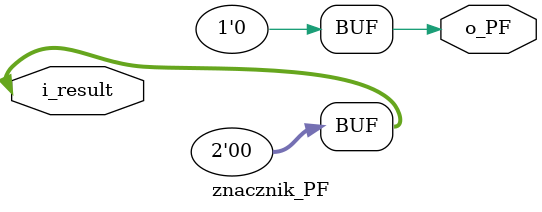
<source format=sv>
/* Generated by Yosys 0.9 (git sha1 1979e0b) */

module \$paramod\crc3_eval\WCODE=5\WPOLY=4 (i_data, i_poly, i_crc, o_crc);
  wire _00_;
  wire _01_;
  wire _02_;
  wire _03_;
  wire _04_;
  wire _05_;
  wire _06_;
  wire _07_;
  wire _08_;
  input [2:0] i_crc;
  input [4:0] i_data;
  input [3:0] i_poly;
  output [2:0] o_crc;
  assign _00_ = i_poly[0] & i_data[0];
  assign o_crc[0] = i_crc[0] ^ _00_;
  assign _01_ = i_data[0] & i_poly[1];
  assign _02_ = i_poly[0] & i_data[1];
  assign _03_ = i_crc[1] ^ _02_;
  assign o_crc[1] = _01_ ^ _03_;
  assign _04_ = i_data[1] & i_poly[1];
  assign _05_ = i_crc[2] ^ _04_;
  assign _06_ = i_poly[0] & i_data[2];
  assign _07_ = i_data[0] & i_poly[2];
  assign _08_ = _06_ ^ _07_;
  assign o_crc[2] = _05_ ^ _08_;
endmodule

module \$paramod\crc4_eval\WCODE=5\WPOLY=4 (i_data, i_poly, i_crc, o_crc);
  wire _0_;
  wire _1_;
  wire _2_;
  wire _3_;
  input [2:0] i_crc;
  input [4:0] i_data;
  input [3:0] i_poly;
  output [2:0] o_crc;
  assign _3_ = i_poly[0] & i_data[0];
  assign o_crc[0] = i_crc[0] ^ _3_;
  assign _0_ = i_data[0] & i_poly[1];
  assign _1_ = i_poly[0] & i_data[1];
  assign _2_ = i_crc[1] ^ _1_;
  assign o_crc[1] = _0_ ^ _2_;
  assign o_crc[2] = 1'h0;
endmodule

module \$paramod\dekoder_piorytetowy\BITS=32 (i_argA, o_result);
  wire _00_;
  wire _01_;
  wire _02_;
  wire _03_;
  wire _04_;
  wire _05_;
  wire _06_;
  wire _07_;
  wire _08_;
  wire _09_;
  wire _10_;
  wire _11_;
  wire _12_;
  wire _13_;
  wire _14_;
  wire _15_;
  wire _16_;
  wire _17_;
  wire _18_;
  wire _19_;
  wire _20_;
  wire _21_;
  wire _22_;
  wire _23_;
  wire _24_;
  wire _25_;
  wire _26_;
  wire _27_;
  wire _28_;
  wire _29_;
  wire _30_;
  wire _31_;
  wire _32_;
  wire _33_;
  wire _34_;
  wire _35_;
  wire _36_;
  wire _37_;
  wire _38_;
  wire _39_;
  wire _40_;
  wire _41_;
  wire _42_;
  wire _43_;
  wire _44_;
  wire _45_;
  wire _46_;
  wire _47_;
  input [30:0] i_argA;
  output [31:0] o_result;
  assign _00_ = ~i_argA[1];
  assign _01_ = ~i_argA[2];
  assign _02_ = ~i_argA[3];
  assign _03_ = ~i_argA[25];
  assign _04_ = ~i_argA[24];
  assign _05_ = i_argA[5] | i_argA[4];
  assign _06_ = i_argA[7] | i_argA[6];
  assign _07_ = i_argA[9] | i_argA[8];
  assign _08_ = _06_ | _07_;
  assign _09_ = _05_ | _08_;
  assign _10_ = ~_09_;
  assign _11_ = i_argA[13] | i_argA[14];
  assign _12_ = i_argA[21] | i_argA[22];
  assign _13_ = _11_ | _12_;
  assign _14_ = i_argA[15] | i_argA[19];
  assign _15_ = i_argA[18] | i_argA[20];
  assign _16_ = _14_ | _15_;
  assign _17_ = _13_ | _16_;
  assign _18_ = ~_17_;
  assign _19_ = _10_ & _18_;
  assign _20_ = i_argA[27] | i_argA[26];
  assign _21_ = ~_20_;
  assign _22_ = i_argA[29] | i_argA[28];
  assign _23_ = i_argA[30] | _22_;
  assign _24_ = ~_23_;
  assign _25_ = _21_ & _24_;
  assign _26_ = i_argA[11] | i_argA[10];
  assign _27_ = ~_26_;
  assign _28_ = i_argA[12] | i_argA[17];
  assign _29_ = i_argA[16] | i_argA[23];
  assign _30_ = _28_ | _29_;
  assign _31_ = ~_30_;
  assign _32_ = _27_ & _31_;
  assign _33_ = _25_ & _32_;
  assign _34_ = _19_ & _33_;
  assign _35_ = i_argA[0] & _00_;
  assign _36_ = i_argA[2] | _35_;
  assign _37_ = _03_ & _04_;
  assign _38_ = _02_ & _37_;
  assign _39_ = _36_ & _38_;
  assign o_result[0] = _34_ & _39_;
  assign _40_ = i_argA[2] & _02_;
  assign _41_ = _37_ & _40_;
  assign _42_ = _34_ & _41_;
  assign _43_ = i_argA[1] & _01_;
  assign _44_ = _38_ & _43_;
  assign _45_ = _32_ & _44_;
  assign _46_ = _25_ & _45_;
  assign _47_ = _19_ & _46_;
  assign o_result[1] = _42_ | _47_;
  assign o_result[31:2] = 30'h00000000;
endmodule

module \$paramod\thermometer2U2\LEN=32 (i_argA, o_result);
  wire _000_;
  wire _001_;
  wire _002_;
  wire _003_;
  wire _004_;
  wire _005_;
  wire _006_;
  wire _007_;
  wire _008_;
  wire _009_;
  wire _010_;
  wire _011_;
  wire _012_;
  wire _013_;
  wire _014_;
  wire _015_;
  wire _016_;
  wire _017_;
  wire _018_;
  wire _019_;
  wire _020_;
  wire _021_;
  wire _022_;
  wire _023_;
  wire _024_;
  wire _025_;
  wire _026_;
  wire _027_;
  wire _028_;
  wire _029_;
  wire _030_;
  wire _031_;
  wire _032_;
  wire _033_;
  wire _034_;
  wire _035_;
  wire _036_;
  wire _037_;
  wire _038_;
  wire _039_;
  wire _040_;
  wire _041_;
  wire _042_;
  wire _043_;
  wire _044_;
  wire _045_;
  wire _046_;
  wire _047_;
  wire _048_;
  wire _049_;
  wire _050_;
  wire _051_;
  wire _052_;
  wire _053_;
  wire _054_;
  wire _055_;
  wire _056_;
  wire _057_;
  wire _058_;
  wire _059_;
  wire _060_;
  wire _061_;
  wire _062_;
  wire _063_;
  wire _064_;
  wire _065_;
  wire _066_;
  wire _067_;
  wire _068_;
  wire _069_;
  wire _070_;
  wire _071_;
  wire _072_;
  wire _073_;
  wire _074_;
  wire _075_;
  wire _076_;
  wire _077_;
  wire _078_;
  wire _079_;
  wire _080_;
  wire _081_;
  wire _082_;
  wire _083_;
  wire _084_;
  wire _085_;
  wire _086_;
  wire _087_;
  wire _088_;
  wire _089_;
  wire _090_;
  wire _091_;
  wire _092_;
  wire _093_;
  wire _094_;
  wire _095_;
  wire _096_;
  wire _097_;
  wire _098_;
  wire _099_;
  wire _100_;
  input [31:0] i_argA;
  output [4:0] o_result;
  assign _039_ = ~i_argA[28];
  assign _040_ = ~i_argA[24];
  assign _041_ = ~i_argA[20];
  assign _042_ = ~i_argA[16];
  assign _043_ = ~i_argA[12];
  assign _044_ = ~i_argA[8];
  assign _045_ = ~i_argA[4];
  assign _046_ = ~i_argA[2];
  assign _047_ = ~i_argA[6];
  assign _048_ = ~i_argA[10];
  assign _049_ = ~i_argA[14];
  assign _050_ = ~i_argA[17];
  assign _051_ = ~i_argA[18];
  assign _052_ = ~i_argA[22];
  assign _053_ = ~i_argA[26];
  assign _054_ = ~i_argA[30];
  assign _055_ = i_argA[1] & _046_;
  assign _056_ = i_argA[3] | _055_;
  assign _057_ = _045_ & _056_;
  assign _058_ = i_argA[5] | _057_;
  assign _059_ = _047_ & _058_;
  assign _060_ = i_argA[7] | _059_;
  assign _061_ = _044_ & _060_;
  assign _062_ = i_argA[9] | _061_;
  assign _063_ = _048_ & _062_;
  assign _064_ = i_argA[11] | _063_;
  assign _065_ = _043_ & _064_;
  assign _066_ = i_argA[13] | _065_;
  assign _067_ = _049_ & _066_;
  assign _068_ = i_argA[15] | _067_;
  assign _069_ = _042_ & _068_;
  assign _070_ = i_argA[17] | _069_;
  assign _071_ = _051_ & _070_;
  assign _072_ = i_argA[19] | _071_;
  assign _073_ = _041_ & _072_;
  assign _074_ = i_argA[21] | _073_;
  assign _075_ = _052_ & _074_;
  assign _076_ = i_argA[23] | _075_;
  assign _077_ = _040_ & _076_;
  assign _078_ = i_argA[25] | _077_;
  assign _079_ = _053_ & _078_;
  assign _080_ = i_argA[27] | _079_;
  assign _081_ = _039_ & _080_;
  assign _082_ = i_argA[29] | _081_;
  assign _083_ = _054_ & _082_;
  assign o_result[0] = i_argA[31] | _083_;
  assign _084_ = i_argA[2] | i_argA[3];
  assign _085_ = i_argA[4] | i_argA[5];
  assign _086_ = ~_085_;
  assign _087_ = _084_ & _086_;
  assign _088_ = i_argA[7] | i_argA[6];
  assign _089_ = _087_ | _088_;
  assign _090_ = i_argA[8] | i_argA[9];
  assign _091_ = ~_090_;
  assign _092_ = _089_ & _091_;
  assign _093_ = i_argA[11] | i_argA[10];
  assign _094_ = _092_ | _093_;
  assign _095_ = i_argA[12] | i_argA[13];
  assign _096_ = ~_095_;
  assign _097_ = _094_ & _096_;
  assign _098_ = i_argA[15] | i_argA[14];
  assign _099_ = _097_ | _098_;
  assign _100_ = _042_ & _050_;
  assign _000_ = _099_ & _100_;
  assign _001_ = i_argA[19] | i_argA[18];
  assign _002_ = ~_001_;
  assign _003_ = _000_ | _001_;
  assign _004_ = i_argA[20] | i_argA[21];
  assign _005_ = ~_004_;
  assign _006_ = _003_ & _005_;
  assign _007_ = i_argA[23] | i_argA[22];
  assign _008_ = _006_ | _007_;
  assign _009_ = i_argA[24] | i_argA[25];
  assign _010_ = ~_009_;
  assign _011_ = _008_ & _010_;
  assign _012_ = i_argA[27] | i_argA[26];
  assign _013_ = _011_ | _012_;
  assign _014_ = i_argA[28] | i_argA[29];
  assign _015_ = ~_014_;
  assign _016_ = _013_ & _015_;
  assign _017_ = i_argA[31] | i_argA[30];
  assign o_result[1] = _016_ | _017_;
  assign _018_ = _085_ | _088_;
  assign _019_ = _090_ | _093_;
  assign _020_ = ~_019_;
  assign _021_ = _018_ & _020_;
  assign _022_ = _095_ | _098_;
  assign _023_ = _021_ | _022_;
  assign _024_ = _100_ & _002_;
  assign _025_ = ~_024_;
  assign _026_ = _023_ & _024_;
  assign _027_ = _004_ | _007_;
  assign _028_ = ~_027_;
  assign _029_ = _026_ | _027_;
  assign _030_ = _009_ | _012_;
  assign _031_ = ~_030_;
  assign _032_ = _029_ & _031_;
  assign _033_ = _014_ | _017_;
  assign o_result[2] = _032_ | _033_;
  assign _034_ = _019_ | _022_;
  assign _035_ = _024_ & _028_;
  assign _036_ = _025_ | _027_;
  assign _037_ = _034_ & _035_;
  assign _038_ = _030_ | _033_;
  assign o_result[3] = _037_ | _038_;
  assign o_result[4] = _036_ | _038_;
endmodule

module \$paramod\u1intou2\BITS=32 (i_argA, o_result);
  wire _000_;
  wire _001_;
  wire _002_;
  wire _003_;
  wire _004_;
  wire _005_;
  wire _006_;
  wire _007_;
  wire _008_;
  wire _009_;
  wire _010_;
  wire _011_;
  wire _012_;
  wire _013_;
  wire _014_;
  wire _015_;
  wire _016_;
  wire _017_;
  wire _018_;
  wire _019_;
  wire _020_;
  wire _021_;
  wire _022_;
  wire _023_;
  wire _024_;
  wire _025_;
  wire _026_;
  wire _027_;
  wire _028_;
  wire _029_;
  wire _030_;
  wire _031_;
  wire _032_;
  wire _033_;
  wire _034_;
  wire _035_;
  wire _036_;
  wire _037_;
  wire _038_;
  wire _039_;
  wire _040_;
  wire _041_;
  wire _042_;
  wire _043_;
  wire _044_;
  wire _045_;
  wire _046_;
  wire _047_;
  wire _048_;
  wire _049_;
  wire _050_;
  wire _051_;
  wire _052_;
  wire _053_;
  wire _054_;
  wire _055_;
  wire _056_;
  wire _057_;
  wire _058_;
  wire _059_;
  wire _060_;
  input [31:0] i_argA;
  output [31:0] o_result;
  assign _036_ = ~i_argA[31];
  assign _037_ = i_argA[1] & i_argA[31];
  assign _038_ = i_argA[0] & _036_;
  assign o_result[0] = _037_ | _038_;
  assign _039_ = i_argA[31] & i_argA[2];
  assign _040_ = i_argA[1] & _036_;
  assign o_result[1] = _039_ | _040_;
  assign _041_ = i_argA[31] & i_argA[3];
  assign _042_ = _036_ & i_argA[2];
  assign o_result[2] = _041_ | _042_;
  assign _043_ = i_argA[31] & i_argA[4];
  assign _044_ = _036_ & i_argA[3];
  assign o_result[3] = _043_ | _044_;
  assign _045_ = i_argA[31] & i_argA[5];
  assign _046_ = _036_ & i_argA[4];
  assign o_result[4] = _045_ | _046_;
  assign _047_ = i_argA[31] & i_argA[6];
  assign _048_ = _036_ & i_argA[5];
  assign o_result[5] = _047_ | _048_;
  assign _049_ = i_argA[31] & i_argA[7];
  assign _050_ = _036_ & i_argA[6];
  assign o_result[6] = _049_ | _050_;
  assign _051_ = i_argA[31] & i_argA[8];
  assign _052_ = _036_ & i_argA[7];
  assign o_result[7] = _051_ | _052_;
  assign _053_ = i_argA[31] & i_argA[9];
  assign _054_ = _036_ & i_argA[8];
  assign o_result[8] = _053_ | _054_;
  assign _055_ = i_argA[31] & i_argA[10];
  assign _056_ = _036_ & i_argA[9];
  assign o_result[9] = _055_ | _056_;
  assign _057_ = i_argA[31] & i_argA[11];
  assign _058_ = _036_ & i_argA[10];
  assign o_result[10] = _057_ | _058_;
  assign _059_ = i_argA[31] & i_argA[12];
  assign _060_ = _036_ & i_argA[11];
  assign o_result[11] = _059_ | _060_;
  assign _000_ = i_argA[31] & i_argA[13];
  assign _001_ = _036_ & i_argA[12];
  assign o_result[12] = _000_ | _001_;
  assign _002_ = i_argA[31] & i_argA[14];
  assign _003_ = _036_ & i_argA[13];
  assign o_result[13] = _002_ | _003_;
  assign _004_ = i_argA[31] & i_argA[15];
  assign _005_ = _036_ & i_argA[14];
  assign o_result[14] = _004_ | _005_;
  assign _006_ = i_argA[31] & i_argA[16];
  assign _007_ = _036_ & i_argA[15];
  assign o_result[15] = _006_ | _007_;
  assign _008_ = i_argA[31] & i_argA[17];
  assign _009_ = _036_ & i_argA[16];
  assign o_result[16] = _008_ | _009_;
  assign _010_ = i_argA[31] & i_argA[18];
  assign _011_ = _036_ & i_argA[17];
  assign o_result[17] = _010_ | _011_;
  assign _012_ = i_argA[31] & i_argA[19];
  assign _013_ = _036_ & i_argA[18];
  assign o_result[18] = _012_ | _013_;
  assign _014_ = i_argA[31] & i_argA[20];
  assign _015_ = _036_ & i_argA[19];
  assign o_result[19] = _014_ | _015_;
  assign _016_ = i_argA[31] & i_argA[21];
  assign _017_ = _036_ & i_argA[20];
  assign o_result[20] = _016_ | _017_;
  assign _018_ = i_argA[31] & i_argA[22];
  assign _019_ = _036_ & i_argA[21];
  assign o_result[21] = _018_ | _019_;
  assign _020_ = i_argA[31] & i_argA[23];
  assign _021_ = _036_ & i_argA[22];
  assign o_result[22] = _020_ | _021_;
  assign _022_ = i_argA[31] & i_argA[24];
  assign _023_ = _036_ & i_argA[23];
  assign o_result[23] = _022_ | _023_;
  assign _024_ = i_argA[31] & i_argA[25];
  assign _025_ = _036_ & i_argA[24];
  assign o_result[24] = _024_ | _025_;
  assign _026_ = i_argA[31] & i_argA[26];
  assign _027_ = _036_ & i_argA[25];
  assign o_result[25] = _026_ | _027_;
  assign _028_ = i_argA[31] & i_argA[27];
  assign _029_ = _036_ & i_argA[26];
  assign o_result[26] = _028_ | _029_;
  assign _030_ = i_argA[31] & i_argA[28];
  assign _031_ = _036_ & i_argA[27];
  assign o_result[27] = _030_ | _031_;
  assign _032_ = i_argA[31] & i_argA[29];
  assign _033_ = _036_ & i_argA[28];
  assign o_result[28] = _032_ | _033_;
  assign _034_ = i_argA[31] & i_argA[30];
  assign _035_ = _036_ & i_argA[29];
  assign o_result[29] = _034_ | _035_;
  assign o_result[30] = i_argA[31] | i_argA[30];
  assign o_result[31] = 1'h0;
endmodule

module \$paramod\u2intoGray\BITS=32 (i_argA, o_result);
  wire [29:0] _00_;
  input [29:0] i_argA;
  output [29:0] o_result;
  assign _00_[0] = i_argA[1] ^ i_argA[0];
  assign _00_[1] = i_argA[1] ^ i_argA[2];
  assign _00_[2] = i_argA[2] ^ i_argA[3];
  assign _00_[3] = i_argA[3] ^ i_argA[4];
  assign _00_[4] = i_argA[4] ^ i_argA[5];
  assign _00_[5] = i_argA[5] ^ i_argA[6];
  assign _00_[6] = i_argA[6] ^ i_argA[7];
  assign _00_[7] = i_argA[7] ^ i_argA[8];
  assign _00_[8] = i_argA[8] ^ i_argA[9];
  assign _00_[9] = i_argA[9] ^ i_argA[10];
  assign _00_[10] = i_argA[10] ^ i_argA[11];
  assign _00_[11] = i_argA[11] ^ i_argA[12];
  assign _00_[12] = i_argA[12] ^ i_argA[13];
  assign _00_[13] = i_argA[13] ^ i_argA[14];
  assign _00_[14] = i_argA[14] ^ i_argA[15];
  assign _00_[15] = i_argA[15] ^ i_argA[16];
  assign _00_[16] = i_argA[16] ^ i_argA[17];
  assign _00_[17] = i_argA[17] ^ i_argA[18];
  assign _00_[18] = i_argA[18] ^ i_argA[19];
  assign _00_[19] = i_argA[19] ^ i_argA[20];
  assign _00_[20] = i_argA[20] ^ i_argA[21];
  assign _00_[21] = i_argA[21] ^ i_argA[22];
  assign _00_[22] = i_argA[22] ^ i_argA[23];
  assign _00_[23] = i_argA[23] ^ i_argA[24];
  assign _00_[24] = i_argA[24] ^ i_argA[25];
  assign _00_[25] = i_argA[25] ^ i_argA[26];
  assign _00_[26] = i_argA[26] ^ i_argA[27];
  assign _00_[27] = i_argA[27] ^ i_argA[28];
  assign _00_[28] = i_argA[28] ^ i_argA[29];
  \$_DLATCH_P_  _30_ (
    .D(_00_[0]),
    .E(1'hx),
    .Q(o_result[0])
  );
  \$_DLATCH_P_  _31_ (
    .D(_00_[1]),
    .E(1'hx),
    .Q(o_result[1])
  );
  \$_DLATCH_P_  _32_ (
    .D(_00_[2]),
    .E(1'hx),
    .Q(o_result[2])
  );
  \$_DLATCH_P_  _33_ (
    .D(_00_[3]),
    .E(1'hx),
    .Q(o_result[3])
  );
  \$_DLATCH_P_  _34_ (
    .D(_00_[4]),
    .E(1'hx),
    .Q(o_result[4])
  );
  \$_DLATCH_P_  _35_ (
    .D(_00_[5]),
    .E(1'hx),
    .Q(o_result[5])
  );
  \$_DLATCH_P_  _36_ (
    .D(_00_[6]),
    .E(1'hx),
    .Q(o_result[6])
  );
  \$_DLATCH_P_  _37_ (
    .D(_00_[7]),
    .E(1'hx),
    .Q(o_result[7])
  );
  \$_DLATCH_P_  _38_ (
    .D(_00_[8]),
    .E(1'hx),
    .Q(o_result[8])
  );
  \$_DLATCH_P_  _39_ (
    .D(_00_[9]),
    .E(1'hx),
    .Q(o_result[9])
  );
  \$_DLATCH_P_  _40_ (
    .D(_00_[10]),
    .E(1'hx),
    .Q(o_result[10])
  );
  \$_DLATCH_P_  _41_ (
    .D(_00_[11]),
    .E(1'hx),
    .Q(o_result[11])
  );
  \$_DLATCH_P_  _42_ (
    .D(_00_[12]),
    .E(1'hx),
    .Q(o_result[12])
  );
  \$_DLATCH_P_  _43_ (
    .D(_00_[13]),
    .E(1'hx),
    .Q(o_result[13])
  );
  \$_DLATCH_P_  _44_ (
    .D(_00_[14]),
    .E(1'hx),
    .Q(o_result[14])
  );
  \$_DLATCH_P_  _45_ (
    .D(_00_[15]),
    .E(1'hx),
    .Q(o_result[15])
  );
  \$_DLATCH_P_  _46_ (
    .D(_00_[16]),
    .E(1'hx),
    .Q(o_result[16])
  );
  \$_DLATCH_P_  _47_ (
    .D(_00_[17]),
    .E(1'hx),
    .Q(o_result[17])
  );
  \$_DLATCH_P_  _48_ (
    .D(_00_[18]),
    .E(1'hx),
    .Q(o_result[18])
  );
  \$_DLATCH_P_  _49_ (
    .D(_00_[19]),
    .E(1'hx),
    .Q(o_result[19])
  );
  \$_DLATCH_P_  _50_ (
    .D(_00_[20]),
    .E(1'hx),
    .Q(o_result[20])
  );
  \$_DLATCH_P_  _51_ (
    .D(_00_[21]),
    .E(1'hx),
    .Q(o_result[21])
  );
  \$_DLATCH_P_  _52_ (
    .D(_00_[22]),
    .E(1'hx),
    .Q(o_result[22])
  );
  \$_DLATCH_P_  _53_ (
    .D(_00_[23]),
    .E(1'hx),
    .Q(o_result[23])
  );
  \$_DLATCH_P_  _54_ (
    .D(_00_[24]),
    .E(1'hx),
    .Q(o_result[24])
  );
  \$_DLATCH_P_  _55_ (
    .D(_00_[25]),
    .E(1'hx),
    .Q(o_result[25])
  );
  \$_DLATCH_P_  _56_ (
    .D(_00_[26]),
    .E(1'hx),
    .Q(o_result[26])
  );
  \$_DLATCH_P_  _57_ (
    .D(_00_[27]),
    .E(1'hx),
    .Q(o_result[27])
  );
  \$_DLATCH_P_  _58_ (
    .D(_00_[28]),
    .E(1'hx),
    .Q(o_result[28])
  );
  \$_DLATCH_P_  _59_ (
    .D(i_argA[29]),
    .E(1'hx),
    .Q(o_result[29])
  );
  assign _00_[29] = i_argA[29];
endmodule

module \$paramod\wskaznik_BF\BITS=32 (i_argA, o_BF1);
  input [31:0] i_argA;
  output o_BF1;
  assign o_BF1 = 1'h0;
endmodule

module \$paramod\zliczanie_1\BITS=32 (i_argA, i_argB, o_result);
  wire _000_;
  wire _001_;
  wire _002_;
  wire _003_;
  wire _004_;
  wire _005_;
  wire _006_;
  wire _007_;
  wire _008_;
  wire _009_;
  wire _010_;
  wire _011_;
  wire _012_;
  wire _013_;
  wire _014_;
  wire _015_;
  wire _016_;
  wire _017_;
  wire _018_;
  wire _019_;
  wire _020_;
  wire _021_;
  wire _022_;
  wire _023_;
  wire _024_;
  wire _025_;
  wire _026_;
  wire _027_;
  wire _028_;
  wire _029_;
  wire _030_;
  wire _031_;
  wire _032_;
  wire _033_;
  wire _034_;
  wire _035_;
  wire _036_;
  wire _037_;
  wire _038_;
  wire _039_;
  wire _040_;
  wire _041_;
  wire _042_;
  wire _043_;
  wire _044_;
  wire _045_;
  wire _046_;
  wire _047_;
  wire _048_;
  wire _049_;
  wire _050_;
  wire _051_;
  wire _052_;
  wire _053_;
  wire _054_;
  wire _055_;
  wire _056_;
  wire _057_;
  wire _058_;
  wire _059_;
  wire _060_;
  wire _061_;
  wire _062_;
  wire _063_;
  wire _064_;
  wire _065_;
  wire _066_;
  wire _067_;
  wire _068_;
  wire _069_;
  wire _070_;
  wire _071_;
  wire _072_;
  wire _073_;
  wire _074_;
  wire _075_;
  wire _076_;
  wire _077_;
  wire _078_;
  wire _079_;
  wire _080_;
  wire _081_;
  wire _082_;
  wire _083_;
  wire _084_;
  wire _085_;
  wire _086_;
  wire _087_;
  wire _088_;
  wire _089_;
  wire _090_;
  wire _091_;
  wire _092_;
  wire _093_;
  wire _094_;
  wire _095_;
  wire _096_;
  wire _097_;
  wire _098_;
  wire _099_;
  wire _100_;
  wire _101_;
  wire _102_;
  wire _103_;
  wire _104_;
  wire _105_;
  wire _106_;
  wire _107_;
  wire _108_;
  wire _109_;
  wire _110_;
  wire _111_;
  wire _112_;
  wire _113_;
  wire _114_;
  wire _115_;
  wire _116_;
  wire _117_;
  wire _118_;
  wire _119_;
  wire _120_;
  wire _121_;
  wire _122_;
  wire _123_;
  wire _124_;
  wire _125_;
  wire _126_;
  wire _127_;
  wire _128_;
  wire _129_;
  wire _130_;
  wire _131_;
  wire _132_;
  wire _133_;
  wire _134_;
  wire _135_;
  wire _136_;
  wire _137_;
  wire _138_;
  wire _139_;
  wire _140_;
  wire _141_;
  wire _142_;
  wire _143_;
  wire _144_;
  wire _145_;
  wire _146_;
  wire _147_;
  wire _148_;
  wire _149_;
  wire _150_;
  wire _151_;
  wire _152_;
  wire _153_;
  wire _154_;
  wire _155_;
  wire _156_;
  wire _157_;
  wire _158_;
  wire _159_;
  wire _160_;
  wire _161_;
  wire _162_;
  wire _163_;
  wire _164_;
  wire _165_;
  wire _166_;
  wire _167_;
  wire _168_;
  wire _169_;
  wire _170_;
  wire _171_;
  wire _172_;
  wire _173_;
  wire _174_;
  wire _175_;
  wire _176_;
  wire _177_;
  wire _178_;
  wire _179_;
  wire _180_;
  wire _181_;
  wire _182_;
  wire _183_;
  wire _184_;
  wire _185_;
  wire _186_;
  wire _187_;
  wire _188_;
  wire _189_;
  wire _190_;
  wire _191_;
  wire _192_;
  wire _193_;
  wire _194_;
  wire _195_;
  wire _196_;
  wire _197_;
  wire _198_;
  wire _199_;
  wire _200_;
  wire _201_;
  wire _202_;
  wire _203_;
  wire _204_;
  wire _205_;
  wire _206_;
  wire _207_;
  wire _208_;
  wire _209_;
  wire _210_;
  wire _211_;
  wire _212_;
  wire _213_;
  wire _214_;
  wire _215_;
  wire _216_;
  wire _217_;
  wire _218_;
  wire _219_;
  wire _220_;
  wire _221_;
  wire _222_;
  wire _223_;
  wire _224_;
  wire _225_;
  wire _226_;
  wire _227_;
  wire _228_;
  wire _229_;
  wire _230_;
  wire _231_;
  wire _232_;
  wire _233_;
  wire _234_;
  wire _235_;
  wire _236_;
  wire _237_;
  wire _238_;
  wire _239_;
  wire _240_;
  wire _241_;
  wire _242_;
  wire _243_;
  wire _244_;
  wire _245_;
  wire _246_;
  wire _247_;
  wire _248_;
  wire _249_;
  wire _250_;
  wire _251_;
  wire _252_;
  wire _253_;
  wire _254_;
  wire _255_;
  wire _256_;
  wire _257_;
  input [31:0] i_argA;
  input [31:0] i_argB;
  output [31:0] o_result;
  assign _224_ = ~i_argB[2];
  assign _225_ = ~i_argB[3];
  assign _226_ = ~i_argB[4];
  assign _227_ = ~i_argB[5];
  assign _228_ = i_argB[1] & i_argB[0];
  assign _229_ = ~_228_;
  assign _230_ = i_argB[2] & _228_;
  assign _231_ = _224_ | _229_;
  assign _232_ = i_argB[1] | i_argB[0];
  assign _233_ = i_argB[2] | _232_;
  assign _234_ = ~_233_;
  assign _235_ = i_argB[2] | _228_;
  assign _236_ = _232_ & _235_;
  assign _237_ = ~_236_;
  assign _238_ = _234_ | _236_;
  assign _239_ = _231_ & _238_;
  assign _240_ = ~_239_;
  assign _241_ = _225_ | _239_;
  assign _242_ = ~_241_;
  assign _243_ = _225_ & _239_;
  assign _244_ = i_argB[3] | _240_;
  assign _245_ = i_argB[3] ^ _239_;
  assign _246_ = i_argB[4] & _244_;
  assign _247_ = _226_ | _243_;
  assign _248_ = _241_ & _246_;
  assign _249_ = _226_ ^ _245_;
  assign _250_ = i_argB[4] ^ _245_;
  assign _251_ = i_argB[5] & _249_;
  assign _252_ = _227_ | _250_;
  assign _253_ = i_argB[5] ^ _249_;
  assign _254_ = i_argB[6] & _253_;
  assign _255_ = ~_254_;
  assign _256_ = i_argB[6] ^ _253_;
  assign _257_ = i_argB[7] & _256_;
  assign _000_ = ~_257_;
  assign _001_ = i_argB[7] ^ _256_;
  assign _002_ = i_argB[8] & _001_;
  assign _003_ = i_argB[8] ^ _001_;
  assign _004_ = i_argB[9] & _003_;
  assign _005_ = i_argB[9] ^ _003_;
  assign _006_ = i_argB[10] & _005_;
  assign _007_ = i_argB[10] ^ _005_;
  assign _008_ = i_argB[11] & _007_;
  assign _009_ = i_argB[11] ^ _007_;
  assign _010_ = i_argB[12] & _009_;
  assign _011_ = i_argB[12] ^ _009_;
  assign _012_ = i_argB[13] & _011_;
  assign _013_ = i_argB[13] ^ _011_;
  assign _014_ = i_argB[14] & _013_;
  assign _015_ = i_argB[14] ^ _013_;
  assign _016_ = i_argB[15] & _015_;
  assign _017_ = i_argB[15] ^ _015_;
  assign _018_ = i_argB[16] & _017_;
  assign _019_ = i_argB[16] ^ _017_;
  assign _020_ = i_argB[17] & _019_;
  assign _021_ = i_argB[17] ^ _019_;
  assign _022_ = i_argB[18] & _021_;
  assign _023_ = i_argB[18] ^ _021_;
  assign _024_ = i_argB[19] & _023_;
  assign _025_ = i_argB[19] ^ _023_;
  assign _026_ = i_argB[20] & _025_;
  assign _027_ = i_argB[20] ^ _025_;
  assign _028_ = i_argB[21] & _027_;
  assign _029_ = i_argB[21] ^ _027_;
  assign _030_ = i_argB[22] & _029_;
  assign _031_ = i_argB[22] ^ _029_;
  assign _032_ = i_argB[23] & _031_;
  assign _033_ = i_argB[23] ^ _031_;
  assign _034_ = i_argB[24] & _033_;
  assign _035_ = i_argB[24] ^ _033_;
  assign _036_ = i_argB[25] & _035_;
  assign _037_ = i_argB[25] ^ _035_;
  assign _038_ = i_argB[26] & _037_;
  assign _039_ = i_argB[26] ^ _037_;
  assign _040_ = i_argB[27] & _039_;
  assign _041_ = i_argB[27] ^ _039_;
  assign _042_ = i_argB[28] & _041_;
  assign _043_ = i_argB[28] ^ _041_;
  assign _044_ = i_argB[29] & _043_;
  assign _045_ = i_argB[29] ^ _043_;
  assign _046_ = i_argB[30] & _045_;
  assign _047_ = i_argB[30] ^ _045_;
  assign _048_ = i_argB[31] & _047_;
  assign o_result[0] = i_argB[31] ^ _047_;
  assign _049_ = _254_ | _257_;
  assign _050_ = i_argB[3] & _230_;
  assign _051_ = _225_ | _231_;
  assign _052_ = _237_ & _241_;
  assign _053_ = _236_ | _242_;
  assign _054_ = _051_ & _053_;
  assign _055_ = _050_ | _052_;
  assign _056_ = _248_ | _251_;
  assign _057_ = _054_ ^ _056_;
  assign _058_ = _055_ ^ _056_;
  assign _059_ = _049_ & _057_;
  assign _060_ = _049_ ^ _057_;
  assign _061_ = _002_ | _004_;
  assign _062_ = _060_ & _061_;
  assign _063_ = _060_ ^ _061_;
  assign _064_ = _006_ | _008_;
  assign _065_ = _006_ & _063_;
  assign _066_ = _008_ & _063_;
  assign _067_ = ~_066_;
  assign _068_ = _063_ ^ _064_;
  assign _069_ = _010_ & _068_;
  assign _070_ = _010_ ^ _068_;
  assign _071_ = _012_ & _070_;
  assign _072_ = _012_ ^ _070_;
  assign _073_ = _014_ & _072_;
  assign _074_ = _014_ ^ _072_;
  assign _075_ = _016_ & _074_;
  assign _076_ = _016_ ^ _074_;
  assign _077_ = _018_ & _076_;
  assign _078_ = _018_ ^ _076_;
  assign _079_ = _020_ & _078_;
  assign _080_ = _020_ ^ _078_;
  assign _081_ = _022_ & _080_;
  assign _082_ = _022_ ^ _080_;
  assign _083_ = _024_ & _082_;
  assign _084_ = _024_ ^ _082_;
  assign _085_ = _026_ & _084_;
  assign _086_ = _026_ ^ _084_;
  assign _087_ = _028_ & _086_;
  assign _088_ = _028_ ^ _086_;
  assign _089_ = _030_ & _088_;
  assign _090_ = _030_ ^ _088_;
  assign _091_ = _032_ & _090_;
  assign _092_ = _032_ ^ _090_;
  assign _093_ = _034_ & _092_;
  assign _094_ = _034_ ^ _092_;
  assign _095_ = _036_ & _094_;
  assign _096_ = _036_ ^ _094_;
  assign _097_ = _038_ & _096_;
  assign _098_ = _038_ ^ _096_;
  assign _099_ = _040_ & _098_;
  assign _100_ = _040_ ^ _098_;
  assign _101_ = _042_ & _100_;
  assign _102_ = _042_ ^ _100_;
  assign _103_ = _044_ & _102_;
  assign _104_ = _044_ ^ _102_;
  assign _105_ = _046_ & _104_;
  assign _106_ = _046_ ^ _104_;
  assign _107_ = _048_ & _106_;
  assign o_result[1] = _048_ ^ _106_;
  assign _108_ = _251_ & _054_;
  assign _109_ = _252_ | _055_;
  assign _110_ = _236_ & _246_;
  assign _111_ = _237_ | _247_;
  assign _112_ = _226_ & _050_;
  assign _113_ = i_argB[4] | _051_;
  assign _114_ = _110_ | _112_;
  assign _115_ = _111_ & _113_;
  assign _116_ = _109_ & _115_;
  assign _117_ = _108_ | _114_;
  assign _118_ = _059_ | _117_;
  assign _119_ = ~_118_;
  assign _120_ = _255_ & _116_;
  assign _121_ = _254_ | _117_;
  assign _122_ = _058_ | _120_;
  assign _123_ = _257_ & _057_;
  assign _124_ = _121_ & _123_;
  assign _125_ = _000_ | _122_;
  assign _126_ = _062_ | _065_;
  assign _127_ = _124_ | _126_;
  assign _128_ = _118_ & _125_;
  assign _129_ = _119_ | _124_;
  assign _130_ = _062_ ^ _128_;
  assign _131_ = _126_ ^ _129_;
  assign _132_ = _065_ ^ _130_;
  assign _133_ = _067_ | _131_;
  assign _134_ = ~_133_;
  assign _135_ = _066_ ^ _132_;
  assign _136_ = _069_ | _071_;
  assign _137_ = _069_ ^ _135_;
  assign _138_ = _071_ ^ _137_;
  assign _139_ = _073_ & _138_;
  assign _140_ = _073_ ^ _138_;
  assign _141_ = _075_ & _140_;
  assign _142_ = _075_ ^ _140_;
  assign _143_ = _077_ & _142_;
  assign _144_ = _077_ ^ _142_;
  assign _145_ = _079_ & _144_;
  assign _146_ = _079_ ^ _144_;
  assign _147_ = _081_ & _146_;
  assign _148_ = _081_ ^ _146_;
  assign _149_ = _083_ & _148_;
  assign _150_ = _083_ ^ _148_;
  assign _151_ = _085_ & _150_;
  assign _152_ = _085_ ^ _150_;
  assign _153_ = _087_ & _152_;
  assign _154_ = _087_ ^ _152_;
  assign _155_ = _089_ & _154_;
  assign _156_ = _089_ ^ _154_;
  assign _157_ = _091_ & _156_;
  assign _158_ = _091_ ^ _156_;
  assign _159_ = _093_ & _158_;
  assign _160_ = _093_ ^ _158_;
  assign _161_ = _095_ & _160_;
  assign _162_ = _095_ ^ _160_;
  assign _163_ = _097_ & _162_;
  assign _164_ = _097_ ^ _162_;
  assign _165_ = _099_ & _164_;
  assign _166_ = _099_ ^ _164_;
  assign _167_ = _101_ & _166_;
  assign _168_ = _101_ ^ _166_;
  assign _169_ = _103_ & _168_;
  assign _170_ = _103_ ^ _168_;
  assign _171_ = _105_ & _170_;
  assign _172_ = ~_171_;
  assign _173_ = _105_ ^ _170_;
  assign _174_ = _107_ & _173_;
  assign _175_ = ~_174_;
  assign o_result[2] = _107_ ^ _173_;
  assign _176_ = _143_ | _145_;
  assign _177_ = _135_ & _136_;
  assign _178_ = _118_ & _127_;
  assign _179_ = _134_ | _178_;
  assign _180_ = _177_ | _179_;
  assign _181_ = _139_ | _141_;
  assign _182_ = _180_ | _181_;
  assign _183_ = _141_ & _180_;
  assign _184_ = ~_183_;
  assign _185_ = _182_ & _184_;
  assign _186_ = _176_ | _183_;
  assign _187_ = _176_ ^ _185_;
  assign _188_ = _147_ | _149_;
  assign _189_ = _187_ & _188_;
  assign _190_ = _187_ ^ _188_;
  assign _191_ = _151_ | _153_;
  assign _192_ = _190_ & _191_;
  assign _193_ = _190_ ^ _191_;
  assign _194_ = _155_ | _157_;
  assign _195_ = _193_ ^ _194_;
  assign _196_ = _159_ | _161_;
  assign _197_ = _195_ & _196_;
  assign _198_ = _195_ ^ _196_;
  assign _199_ = _163_ | _165_;
  assign _200_ = _198_ & _199_;
  assign _201_ = _198_ ^ _199_;
  assign _202_ = _167_ & _201_;
  assign _203_ = _167_ ^ _201_;
  assign _204_ = _169_ & _203_;
  assign _205_ = _169_ ^ _203_;
  assign _206_ = _171_ & _205_;
  assign _207_ = _171_ ^ _205_;
  assign _208_ = _172_ ^ _205_;
  assign _209_ = _174_ & _207_;
  assign _210_ = _175_ | _208_;
  assign o_result[3] = _174_ ^ _207_;
  assign _211_ = _182_ & _186_;
  assign _212_ = _189_ | _211_;
  assign _213_ = _192_ | _212_;
  assign _214_ = _193_ & _194_;
  assign _215_ = _213_ | _214_;
  assign _216_ = _197_ | _215_;
  assign _217_ = _200_ | _216_;
  assign _218_ = _202_ | _217_;
  assign _219_ = _204_ | _218_;
  assign _220_ = ~_219_;
  assign _221_ = _210_ | _220_;
  assign o_result[5] = ~_221_;
  assign _222_ = _206_ | _219_;
  assign _223_ = _209_ | _222_;
  assign o_result[4] = _221_ & _223_;
  assign o_result[31:6] = 26'h0000000;
endmodule

module crc3_eval(i_data, i_poly, i_crc, o_crc);
  wire _0_;
  wire _1_;
  wire _2_;
  wire _3_;
  wire crc_tmp;
  input [1:0] i_crc;
  input [3:0] i_data;
  input [2:0] i_poly;
  output [1:0] o_crc;
  assign _3_ = i_poly[0] & i_data[0];
  assign crc_tmp = i_crc[0] ^ _3_;
  assign _0_ = i_data[0] & i_poly[1];
  assign _1_ = i_poly[0] & i_data[1];
  assign _2_ = i_crc[1] ^ _1_;
  assign o_crc[1] = _0_ ^ _2_;
  assign o_crc[0] = crc_tmp;
endmodule

module crc4_eval(i_data, i_poly, i_crc, o_crc);
  wire _0_;
  wire _1_;
  wire _2_;
  wire _3_;
  input [2:0] i_crc;
  input [4:0] i_data;
  input [3:0] i_poly;
  output [2:0] o_crc;
  assign _3_ = i_poly[0] & i_data[0];
  assign o_crc[0] = i_crc[0] ^ _3_;
  assign _0_ = i_data[0] & i_poly[1];
  assign _1_ = i_poly[0] & i_data[1];
  assign _2_ = i_crc[1] ^ _1_;
  assign o_crc[1] = _0_ ^ _2_;
  assign o_crc[2] = 1'h0;
endmodule

module dekoder_piorytetowy(i_argA, o_result);
  input [1:0] i_argA;
  output [2:0] o_result;
  assign o_result = 3'h3;
endmodule

module exe_unit(i_argB, i_argA, i_oper, o_result, o_VF, o_ZF, o_PF);
  wire _0000_;
  wire _0001_;
  wire _0002_;
  wire _0003_;
  wire _0004_;
  wire _0005_;
  wire _0006_;
  wire _0007_;
  wire _0008_;
  wire _0009_;
  wire _0010_;
  wire _0011_;
  wire _0012_;
  wire _0013_;
  wire _0014_;
  wire _0015_;
  wire _0016_;
  wire _0017_;
  wire _0018_;
  wire _0019_;
  wire _0020_;
  wire _0021_;
  wire _0022_;
  wire _0023_;
  wire _0024_;
  wire _0025_;
  wire _0026_;
  wire _0027_;
  wire _0028_;
  wire _0029_;
  wire _0030_;
  wire _0031_;
  wire _0032_;
  wire _0033_;
  wire _0034_;
  wire _0035_;
  wire _0036_;
  wire _0037_;
  wire _0038_;
  wire _0039_;
  wire _0040_;
  wire _0041_;
  wire _0042_;
  wire _0043_;
  wire _0044_;
  wire _0045_;
  wire _0046_;
  wire _0047_;
  wire _0048_;
  wire _0049_;
  wire _0050_;
  wire _0051_;
  wire _0052_;
  wire _0053_;
  wire _0054_;
  wire _0055_;
  wire _0056_;
  wire _0057_;
  wire _0058_;
  wire _0059_;
  wire _0060_;
  wire _0061_;
  wire _0062_;
  wire _0063_;
  wire _0064_;
  wire _0065_;
  wire _0066_;
  wire _0067_;
  wire _0068_;
  wire _0069_;
  wire _0070_;
  wire _0071_;
  wire _0072_;
  wire _0073_;
  wire _0074_;
  wire _0075_;
  wire _0076_;
  wire _0077_;
  wire _0078_;
  wire _0079_;
  wire _0080_;
  wire _0081_;
  wire _0082_;
  wire _0083_;
  wire _0084_;
  wire _0085_;
  wire _0086_;
  wire _0087_;
  wire _0088_;
  wire _0089_;
  wire _0090_;
  wire _0091_;
  wire _0092_;
  wire _0093_;
  wire _0094_;
  wire _0095_;
  wire _0096_;
  wire _0097_;
  wire _0098_;
  wire _0099_;
  wire _0100_;
  wire _0101_;
  wire _0102_;
  wire _0103_;
  wire _0104_;
  wire _0105_;
  wire _0106_;
  wire _0107_;
  wire _0108_;
  wire _0109_;
  wire _0110_;
  wire _0111_;
  wire _0112_;
  wire _0113_;
  wire _0114_;
  wire _0115_;
  wire _0116_;
  wire _0117_;
  wire _0118_;
  wire _0119_;
  wire _0120_;
  wire _0121_;
  wire _0122_;
  wire _0123_;
  wire _0124_;
  wire _0125_;
  wire _0126_;
  wire _0127_;
  wire _0128_;
  wire _0129_;
  wire _0130_;
  wire _0131_;
  wire _0132_;
  wire _0133_;
  wire _0134_;
  wire _0135_;
  wire _0136_;
  wire _0137_;
  wire _0138_;
  wire _0139_;
  wire _0140_;
  wire _0141_;
  wire _0142_;
  wire _0143_;
  wire _0144_;
  wire _0145_;
  wire _0146_;
  wire _0147_;
  wire _0148_;
  wire _0149_;
  wire _0150_;
  wire _0151_;
  wire _0152_;
  wire _0153_;
  wire _0154_;
  wire _0155_;
  wire _0156_;
  wire _0157_;
  wire _0158_;
  wire _0159_;
  wire _0160_;
  wire _0161_;
  wire _0162_;
  wire _0163_;
  wire _0164_;
  wire _0165_;
  wire _0166_;
  wire _0167_;
  wire _0168_;
  wire _0169_;
  wire _0170_;
  wire _0171_;
  wire _0172_;
  wire _0173_;
  wire _0174_;
  wire _0175_;
  wire _0176_;
  wire _0177_;
  wire _0178_;
  wire _0179_;
  wire _0180_;
  wire _0181_;
  wire _0182_;
  wire _0183_;
  wire _0184_;
  wire _0185_;
  wire _0186_;
  wire _0187_;
  wire _0188_;
  wire _0189_;
  wire _0190_;
  wire _0191_;
  wire _0192_;
  wire _0193_;
  wire _0194_;
  wire _0195_;
  wire _0196_;
  wire _0197_;
  wire _0198_;
  wire _0199_;
  wire _0200_;
  wire _0201_;
  wire _0202_;
  wire _0203_;
  wire _0204_;
  wire _0205_;
  wire _0206_;
  wire _0207_;
  wire _0208_;
  wire _0209_;
  wire _0210_;
  wire _0211_;
  wire _0212_;
  wire _0213_;
  wire _0214_;
  wire _0215_;
  wire _0216_;
  wire _0217_;
  wire _0218_;
  wire _0219_;
  wire _0220_;
  wire _0221_;
  wire _0222_;
  wire _0223_;
  wire _0224_;
  wire _0225_;
  wire _0226_;
  wire _0227_;
  wire _0228_;
  wire _0229_;
  wire _0230_;
  wire _0231_;
  wire _0232_;
  wire _0233_;
  wire _0234_;
  wire _0235_;
  wire _0236_;
  wire _0237_;
  wire _0238_;
  wire _0239_;
  wire _0240_;
  wire _0241_;
  wire _0242_;
  wire _0243_;
  wire _0244_;
  wire _0245_;
  wire _0246_;
  wire _0247_;
  wire _0248_;
  wire _0249_;
  wire _0250_;
  wire _0251_;
  wire _0252_;
  wire _0253_;
  wire _0254_;
  wire _0255_;
  wire _0256_;
  wire _0257_;
  wire _0258_;
  wire _0259_;
  wire _0260_;
  wire _0261_;
  wire _0262_;
  wire _0263_;
  wire _0264_;
  wire _0265_;
  wire _0266_;
  wire _0267_;
  wire _0268_;
  wire _0269_;
  wire _0270_;
  wire _0271_;
  wire _0272_;
  wire _0273_;
  wire _0274_;
  wire _0275_;
  wire _0276_;
  wire _0277_;
  wire _0278_;
  wire _0279_;
  wire _0280_;
  wire _0281_;
  wire _0282_;
  wire _0283_;
  wire _0284_;
  wire _0285_;
  wire _0286_;
  wire _0287_;
  wire _0288_;
  wire _0289_;
  wire _0290_;
  wire _0291_;
  wire _0292_;
  wire _0293_;
  wire _0294_;
  wire _0295_;
  wire _0296_;
  wire _0297_;
  wire _0298_;
  wire _0299_;
  wire _0300_;
  wire _0301_;
  wire _0302_;
  wire _0303_;
  wire _0304_;
  wire _0305_;
  wire _0306_;
  wire _0307_;
  wire _0308_;
  wire _0309_;
  wire _0310_;
  wire _0311_;
  wire _0312_;
  wire _0313_;
  wire _0314_;
  wire _0315_;
  wire _0316_;
  wire _0317_;
  wire _0318_;
  wire _0319_;
  wire _0320_;
  wire _0321_;
  wire _0322_;
  wire _0323_;
  wire _0324_;
  wire _0325_;
  wire _0326_;
  wire _0327_;
  wire _0328_;
  wire _0329_;
  wire _0330_;
  wire _0331_;
  wire _0332_;
  wire _0333_;
  wire _0334_;
  wire _0335_;
  wire _0336_;
  wire _0337_;
  wire _0338_;
  wire _0339_;
  wire _0340_;
  wire _0341_;
  wire _0342_;
  wire _0343_;
  wire _0344_;
  wire _0345_;
  wire _0346_;
  wire _0347_;
  wire _0348_;
  wire _0349_;
  wire _0350_;
  wire _0351_;
  wire _0352_;
  wire _0353_;
  wire _0354_;
  wire _0355_;
  wire _0356_;
  wire _0357_;
  wire _0358_;
  wire _0359_;
  wire _0360_;
  wire _0361_;
  wire _0362_;
  wire _0363_;
  wire _0364_;
  wire _0365_;
  wire _0366_;
  wire _0367_;
  wire _0368_;
  wire _0369_;
  wire _0370_;
  wire _0371_;
  wire _0372_;
  wire _0373_;
  wire _0374_;
  wire _0375_;
  wire _0376_;
  wire _0377_;
  wire _0378_;
  wire _0379_;
  wire _0380_;
  wire _0381_;
  wire _0382_;
  wire _0383_;
  wire _0384_;
  wire _0385_;
  wire _0386_;
  wire _0387_;
  wire _0388_;
  wire _0389_;
  wire _0390_;
  wire _0391_;
  wire _0392_;
  wire _0393_;
  wire _0394_;
  wire _0395_;
  wire _0396_;
  wire _0397_;
  wire _0398_;
  wire _0399_;
  wire _0400_;
  wire _0401_;
  wire _0402_;
  wire _0403_;
  wire _0404_;
  wire _0405_;
  wire _0406_;
  wire _0407_;
  wire _0408_;
  wire _0409_;
  wire _0410_;
  wire _0411_;
  wire _0412_;
  wire _0413_;
  wire _0414_;
  wire _0415_;
  wire _0416_;
  wire _0417_;
  wire _0418_;
  wire _0419_;
  wire _0420_;
  wire _0421_;
  wire _0422_;
  wire _0423_;
  wire _0424_;
  wire _0425_;
  wire _0426_;
  wire _0427_;
  wire _0428_;
  wire _0429_;
  wire _0430_;
  wire _0431_;
  wire _0432_;
  wire _0433_;
  wire _0434_;
  wire _0435_;
  wire _0436_;
  wire _0437_;
  wire _0438_;
  wire _0439_;
  wire _0440_;
  wire _0441_;
  wire _0442_;
  wire _0443_;
  wire _0444_;
  wire _0445_;
  wire _0446_;
  wire _0447_;
  wire _0448_;
  wire _0449_;
  wire _0450_;
  wire _0451_;
  wire _0452_;
  wire _0453_;
  wire _0454_;
  wire _0455_;
  wire _0456_;
  wire _0457_;
  wire _0458_;
  wire _0459_;
  wire _0460_;
  wire _0461_;
  wire _0462_;
  wire _0463_;
  wire _0464_;
  wire _0465_;
  wire _0466_;
  wire _0467_;
  wire _0468_;
  wire _0469_;
  wire _0470_;
  wire _0471_;
  wire _0472_;
  wire _0473_;
  wire _0474_;
  wire _0475_;
  wire _0476_;
  wire _0477_;
  wire _0478_;
  wire _0479_;
  wire _0480_;
  wire _0481_;
  wire _0482_;
  wire _0483_;
  wire _0484_;
  wire _0485_;
  wire _0486_;
  wire _0487_;
  wire _0488_;
  wire _0489_;
  wire _0490_;
  wire _0491_;
  wire _0492_;
  wire _0493_;
  wire _0494_;
  wire _0495_;
  wire _0496_;
  wire _0497_;
  wire _0498_;
  wire _0499_;
  wire _0500_;
  wire _0501_;
  wire _0502_;
  wire _0503_;
  wire _0504_;
  wire _0505_;
  wire _0506_;
  wire _0507_;
  wire _0508_;
  wire _0509_;
  wire _0510_;
  wire _0511_;
  wire _0512_;
  wire _0513_;
  wire _0514_;
  wire _0515_;
  wire _0516_;
  wire _0517_;
  wire _0518_;
  wire _0519_;
  wire _0520_;
  wire _0521_;
  wire _0522_;
  wire _0523_;
  wire _0524_;
  wire _0525_;
  wire _0526_;
  wire _0527_;
  wire _0528_;
  wire _0529_;
  wire _0530_;
  wire _0531_;
  wire _0532_;
  wire _0533_;
  wire _0534_;
  wire _0535_;
  wire _0536_;
  wire _0537_;
  wire _0538_;
  wire _0539_;
  wire _0540_;
  wire _0541_;
  wire _0542_;
  wire _0543_;
  wire _0544_;
  wire _0545_;
  wire _0546_;
  wire _0547_;
  wire _0548_;
  wire _0549_;
  wire _0550_;
  wire _0551_;
  wire _0552_;
  wire _0553_;
  wire _0554_;
  wire _0555_;
  wire _0556_;
  wire _0557_;
  wire _0558_;
  wire _0559_;
  wire _0560_;
  wire _0561_;
  wire _0562_;
  wire _0563_;
  wire _0564_;
  wire _0565_;
  wire _0566_;
  wire _0567_;
  wire _0568_;
  wire _0569_;
  wire _0570_;
  wire _0571_;
  wire _0572_;
  wire _0573_;
  wire _0574_;
  wire _0575_;
  wire _0576_;
  wire _0577_;
  wire _0578_;
  wire _0579_;
  wire _0580_;
  wire _0581_;
  wire _0582_;
  wire _0583_;
  wire _0584_;
  wire _0585_;
  wire _0586_;
  wire _0587_;
  wire _0588_;
  wire _0589_;
  wire _0590_;
  wire _0591_;
  wire _0592_;
  wire _0593_;
  wire _0594_;
  wire _0595_;
  wire _0596_;
  wire _0597_;
  wire _0598_;
  wire _0599_;
  wire _0600_;
  wire _0601_;
  wire _0602_;
  wire _0603_;
  wire _0604_;
  wire _0605_;
  wire _0606_;
  wire _0607_;
  wire _0608_;
  wire _0609_;
  wire _0610_;
  wire _0611_;
  wire _0612_;
  wire _0613_;
  wire _0614_;
  wire _0615_;
  wire _0616_;
  wire _0617_;
  wire _0618_;
  wire _0619_;
  wire _0620_;
  wire _0621_;
  wire _0622_;
  wire _0623_;
  wire _0624_;
  wire _0625_;
  wire _0626_;
  wire _0627_;
  wire _0628_;
  wire _0629_;
  wire _0630_;
  wire _0631_;
  wire _0632_;
  wire _0633_;
  wire _0634_;
  wire _0635_;
  wire _0636_;
  wire _0637_;
  wire _0638_;
  wire _0639_;
  wire _0640_;
  wire _0641_;
  wire _0642_;
  wire _0643_;
  wire _0644_;
  wire _0645_;
  wire _0646_;
  wire _0647_;
  wire _0648_;
  wire _0649_;
  wire _0650_;
  wire _0651_;
  wire _0652_;
  wire _0653_;
  wire _0654_;
  wire _0655_;
  wire _0656_;
  wire _0657_;
  wire _0658_;
  wire _0659_;
  wire _0660_;
  wire _0661_;
  wire _0662_;
  wire _0663_;
  wire _0664_;
  wire _0665_;
  wire _0666_;
  wire _0667_;
  wire _0668_;
  wire _0669_;
  wire _0670_;
  wire _0671_;
  wire _0672_;
  wire _0673_;
  wire _0674_;
  wire _0675_;
  wire _0676_;
  wire _0677_;
  wire _0678_;
  wire _0679_;
  wire _0680_;
  wire _0681_;
  wire _0682_;
  wire _0683_;
  wire _0684_;
  wire _0685_;
  wire _0686_;
  wire _0687_;
  wire _0688_;
  wire _0689_;
  wire _0690_;
  wire _0691_;
  wire _0692_;
  wire _0693_;
  wire _0694_;
  wire _0695_;
  wire _0696_;
  wire _0697_;
  wire _0698_;
  wire _0699_;
  wire _0700_;
  wire _0701_;
  wire _0702_;
  wire _0703_;
  wire _0704_;
  wire _0705_;
  wire _0706_;
  wire _0707_;
  wire _0708_;
  wire _0709_;
  wire _0710_;
  wire _0711_;
  wire _0712_;
  wire _0713_;
  wire _0714_;
  wire _0715_;
  wire _0716_;
  wire _0717_;
  wire _0718_;
  wire _0719_;
  wire _0720_;
  wire _0721_;
  wire _0722_;
  wire _0723_;
  wire _0724_;
  wire _0725_;
  wire _0726_;
  wire _0727_;
  wire _0728_;
  wire _0729_;
  wire _0730_;
  wire _0731_;
  wire _0732_;
  wire _0733_;
  wire _0734_;
  wire _0735_;
  wire _0736_;
  wire _0737_;
  wire _0738_;
  input [31:0] i_argA;
  input [31:0] i_argB;
  input [3:0] i_oper;
  output o_PF;
  output o_VF;
  output o_ZF;
  output [31:0] o_result;
  wire [2:0] s_crc3;
  wire [2:0] s_crc4;
  wire [29:0] s_gray;
  wire [31:0] s_licz1;
  wire [31:0] s_priorytet;
  wire [4:0] s_term;
  wire [31:0] s_u1intou2;
  assign _0015_ = ~i_oper[1];
  assign _0016_ = ~i_oper[0];
  assign _0017_ = ~i_oper[2];
  assign _0018_ = ~i_oper[3];
  assign _0019_ = ~i_argB[0];
  assign _0020_ = ~i_argB[1];
  assign _0021_ = ~i_argB[2];
  assign _0022_ = ~i_argB[3];
  assign _0023_ = ~i_argB[4];
  assign _0024_ = ~i_argB[5];
  assign _0025_ = ~i_argB[6];
  assign _0026_ = ~i_argB[7];
  assign _0027_ = ~i_argB[8];
  assign _0028_ = ~i_argB[9];
  assign _0029_ = ~i_argB[10];
  assign _0030_ = ~i_argB[11];
  assign _0031_ = ~i_argB[12];
  assign _0032_ = ~i_argB[13];
  assign _0033_ = ~i_argB[14];
  assign _0034_ = ~i_argB[15];
  assign _0035_ = ~i_argB[16];
  assign _0036_ = ~i_argB[17];
  assign _0037_ = ~i_argB[18];
  assign _0038_ = ~i_argB[19];
  assign _0039_ = ~i_argB[20];
  assign _0040_ = ~i_argB[21];
  assign _0041_ = ~i_argB[22];
  assign _0042_ = ~i_argB[23];
  assign _0043_ = ~i_argB[24];
  assign _0044_ = ~i_argB[25];
  assign _0045_ = ~i_argB[26];
  assign _0046_ = ~i_argB[27];
  assign _0047_ = ~i_argB[28];
  assign _0048_ = ~i_argB[29];
  assign _0049_ = ~i_argB[30];
  assign _0050_ = ~i_argB[31];
  assign _0051_ = i_oper[2] | i_oper[3];
  assign _0052_ = ~_0051_;
  assign _0053_ = _0015_ & _0052_;
  assign _0054_ = _0015_ & _0016_;
  assign _0055_ = i_oper[1] | i_oper[0];
  assign _0056_ = _0051_ | _0055_;
  assign _0001_ = ~_0056_;
  assign _0057_ = _0017_ & i_oper[3];
  assign _0058_ = i_oper[1] & i_oper[0];
  assign _0059_ = _0057_ & _0058_;
  assign _0060_ = s_priorytet[0] & _0059_;
  assign _0061_ = i_oper[1] & _0016_;
  assign _0062_ = _0052_ & _0061_;
  assign _0063_ = _0019_ & _0062_;
  assign _0064_ = _0015_ & i_oper[0];
  assign _0065_ = _0057_ & _0064_;
  assign _0066_ = s_licz1[0] & _0065_;
  assign _0067_ = _0054_ & _0057_;
  assign _0068_ = s_crc3[0] & _0067_;
  assign _0069_ = _0057_ & _0061_;
  assign _0070_ = s_term[0] & _0069_;
  assign _0071_ = i_argB[0] & i_argA[0];
  assign _0072_ = i_argB[0] ^ i_argA[0];
  assign _0073_ = _0053_ & _0072_;
  assign _0074_ = i_oper[2] & _0018_;
  assign _0075_ = _0061_ & _0074_;
  assign _0076_ = s_u1intou2[0] & _0075_;
  assign _0077_ = _0064_ & _0074_;
  assign _0078_ = s_gray[0] & _0077_;
  assign _0079_ = _0058_ & _0074_;
  assign _0080_ = s_crc4[0] & _0079_;
  assign _0081_ = _0073_ | _0080_;
  assign _0082_ = _0066_ | _0081_;
  assign _0083_ = _0063_ | _0078_;
  assign _0084_ = _0068_ | _0083_;
  assign _0085_ = _0070_ | _0076_;
  assign _0086_ = _0060_ | _0085_;
  assign _0087_ = _0082_ | _0086_;
  assign o_result[0] = _0084_ | _0087_;
  assign _0088_ = s_term[1] & _0069_;
  assign _0089_ = s_crc3[1] & _0067_;
  assign _0090_ = s_gray[1] & _0077_;
  assign _0091_ = s_licz1[1] & _0065_;
  assign _0092_ = s_u1intou2[1] & _0075_;
  assign _0093_ = s_crc4[1] & _0079_;
  assign _0094_ = i_argB[1] & i_argA[1];
  assign _0095_ = i_argB[1] ^ i_argA[1];
  assign _0096_ = _0071_ & _0095_;
  assign _0097_ = _0071_ ^ _0095_;
  assign _0098_ = _0001_ & _0097_;
  assign _0099_ = _0020_ & _0062_;
  assign _0100_ = s_priorytet[1] & _0059_;
  assign _0101_ = _0052_ & _0064_;
  assign _0102_ = _0095_ & _0101_;
  assign _0103_ = _0088_ | _0100_;
  assign _0104_ = _0093_ | _0103_;
  assign _0105_ = _0099_ | _0104_;
  assign _0106_ = _0090_ | _0092_;
  assign _0107_ = _0089_ | _0106_;
  assign _0108_ = _0091_ | _0102_;
  assign _0109_ = _0098_ | _0108_;
  assign _0110_ = _0107_ | _0109_;
  assign o_result[1] = _0105_ | _0110_;
  assign _0111_ = i_argB[2] & i_argA[2];
  assign _0112_ = i_argB[2] ^ i_argA[2];
  assign _0113_ = _0094_ | _0096_;
  assign _0114_ = _0112_ | _0113_;
  assign _0115_ = _0112_ & _0113_;
  assign _0116_ = ~_0115_;
  assign _0117_ = _0001_ & _0116_;
  assign _0118_ = _0114_ & _0117_;
  assign _0119_ = s_priorytet[2] & _0059_;
  assign _0120_ = s_u1intou2[2] & _0075_;
  assign _0121_ = s_crc3[2] & _0067_;
  assign _0122_ = s_gray[2] & _0077_;
  assign _0123_ = s_crc4[2] & _0079_;
  assign _0124_ = s_licz1[2] & _0065_;
  assign _0125_ = s_term[2] & _0069_;
  assign _0126_ = _0101_ & _0112_;
  assign _0127_ = _0021_ & _0062_;
  assign _0128_ = _0122_ | _0127_;
  assign _0129_ = _0119_ | _0126_;
  assign _0130_ = _0124_ | _0129_;
  assign _0131_ = _0120_ | _0128_;
  assign _0132_ = _0130_ | _0131_;
  assign _0133_ = _0123_ | _0125_;
  assign _0134_ = _0121_ | _0133_;
  assign _0135_ = _0118_ | _0134_;
  assign o_result[2] = _0132_ | _0135_;
  assign _0136_ = i_argB[3] & i_argA[3];
  assign _0137_ = i_argB[3] ^ i_argA[3];
  assign _0138_ = _0111_ | _0115_;
  assign _0139_ = _0137_ & _0138_;
  assign _0140_ = _0137_ ^ _0138_;
  assign _0141_ = _0001_ & _0140_;
  assign _0142_ = s_u1intou2[3] & _0075_;
  assign _0143_ = _0022_ & _0062_;
  assign _0144_ = s_gray[3] & _0077_;
  assign _0145_ = _0143_ | _0144_;
  assign _0146_ = s_priorytet[3] & _0059_;
  assign _0147_ = _0101_ & _0137_;
  assign _0148_ = s_licz1[3] & _0065_;
  assign _0149_ = s_term[3] & _0069_;
  assign _0150_ = _0142_ | _0148_;
  assign _0151_ = _0146_ | _0150_;
  assign _0152_ = _0147_ | _0149_;
  assign _0153_ = _0145_ | _0152_;
  assign _0154_ = _0151_ | _0153_;
  assign o_result[3] = _0141_ | _0154_;
  assign _0155_ = i_argB[4] & i_argA[4];
  assign _0156_ = i_argB[4] ^ i_argA[4];
  assign _0157_ = _0136_ | _0139_;
  assign _0158_ = _0156_ & _0157_;
  assign _0159_ = _0156_ ^ _0157_;
  assign _0160_ = _0001_ & _0159_;
  assign _0161_ = _0101_ & _0156_;
  assign _0162_ = s_term[4] & _0069_;
  assign _0163_ = s_licz1[4] & _0065_;
  assign _0164_ = _0162_ | _0163_;
  assign _0165_ = _0161_ | _0164_;
  assign _0166_ = s_gray[4] & _0077_;
  assign _0167_ = _0023_ & _0062_;
  assign _0168_ = _0166_ | _0167_;
  assign _0169_ = s_priorytet[4] & _0059_;
  assign _0170_ = s_u1intou2[4] & _0075_;
  assign _0171_ = _0169_ | _0170_;
  assign _0172_ = _0168_ | _0171_;
  assign _0173_ = _0165_ | _0172_;
  assign o_result[4] = _0160_ | _0173_;
  assign _0174_ = i_argB[5] & i_argA[5];
  assign _0175_ = _0024_ ^ i_argA[5];
  assign _0176_ = ~_0175_;
  assign _0177_ = _0155_ | _0158_;
  assign _0178_ = _0176_ & _0177_;
  assign _0179_ = _0176_ ^ _0177_;
  assign _0180_ = _0001_ & _0179_;
  assign _0181_ = _0024_ & _0062_;
  assign _0182_ = _0101_ & _0176_;
  assign _0183_ = _0181_ | _0182_;
  assign _0184_ = s_priorytet[5] & _0059_;
  assign _0185_ = s_licz1[5] & _0065_;
  assign _0186_ = _0184_ | _0185_;
  assign _0187_ = s_gray[5] & _0077_;
  assign _0188_ = s_u1intou2[5] & _0075_;
  assign _0189_ = _0187_ | _0188_;
  assign _0190_ = _0186_ | _0189_;
  assign _0191_ = _0183_ | _0190_;
  assign o_result[5] = _0180_ | _0191_;
  assign _0192_ = i_argB[6] & i_argA[6];
  assign _0193_ = i_argB[6] ^ i_argA[6];
  assign _0194_ = _0174_ | _0178_;
  assign _0195_ = _0193_ & _0194_;
  assign _0196_ = _0193_ ^ _0194_;
  assign _0197_ = _0001_ & _0196_;
  assign _0198_ = s_u1intou2[6] & _0075_;
  assign _0199_ = _0101_ & _0193_;
  assign _0200_ = s_gray[6] & _0077_;
  assign _0201_ = s_licz1[6] & _0065_;
  assign _0202_ = _0200_ | _0201_;
  assign _0203_ = _0025_ & _0062_;
  assign _0204_ = s_priorytet[6] & _0059_;
  assign _0205_ = _0198_ | _0203_;
  assign _0206_ = _0199_ | _0204_;
  assign _0207_ = _0205_ | _0206_;
  assign _0208_ = _0202_ | _0207_;
  assign o_result[6] = _0197_ | _0208_;
  assign _0209_ = i_argB[7] & i_argA[7];
  assign _0210_ = i_argB[7] ^ i_argA[7];
  assign _0211_ = _0192_ | _0195_;
  assign _0212_ = _0210_ & _0211_;
  assign _0213_ = _0210_ ^ _0211_;
  assign _0214_ = _0001_ & _0213_;
  assign _0215_ = s_gray[7] & _0077_;
  assign _0216_ = _0101_ & _0210_;
  assign _0217_ = _0215_ | _0216_;
  assign _0218_ = _0026_ & _0062_;
  assign _0219_ = s_licz1[7] & _0065_;
  assign _0220_ = _0218_ | _0219_;
  assign _0221_ = s_u1intou2[7] & _0075_;
  assign _0222_ = s_priorytet[7] & _0059_;
  assign _0223_ = _0221_ | _0222_;
  assign _0224_ = _0220_ | _0223_;
  assign _0225_ = _0217_ | _0224_;
  assign o_result[7] = _0214_ | _0225_;
  assign _0226_ = i_argB[8] & i_argA[8];
  assign _0227_ = i_argB[8] ^ i_argA[8];
  assign _0228_ = _0209_ | _0212_;
  assign _0229_ = _0227_ & _0228_;
  assign _0230_ = _0227_ ^ _0228_;
  assign _0231_ = _0001_ & _0230_;
  assign _0232_ = s_u1intou2[8] & _0075_;
  assign _0233_ = _0101_ & _0227_;
  assign _0234_ = _0232_ | _0233_;
  assign _0235_ = _0027_ & _0062_;
  assign _0236_ = s_licz1[8] & _0065_;
  assign _0237_ = _0235_ | _0236_;
  assign _0238_ = s_gray[8] & _0077_;
  assign _0239_ = s_priorytet[8] & _0059_;
  assign _0240_ = _0238_ | _0239_;
  assign _0241_ = _0237_ | _0240_;
  assign _0242_ = _0234_ | _0241_;
  assign o_result[8] = _0231_ | _0242_;
  assign _0243_ = i_argB[9] & i_argA[9];
  assign _0244_ = i_argB[9] ^ i_argA[9];
  assign _0245_ = _0229_ & _0244_;
  assign _0246_ = _0226_ | _0244_;
  assign _0247_ = _0229_ | _0246_;
  assign _0248_ = _0226_ & _0244_;
  assign _0249_ = _0056_ | _0248_;
  assign _0250_ = _0245_ | _0249_;
  assign _0251_ = ~_0250_;
  assign _0252_ = _0247_ & _0251_;
  assign _0253_ = s_priorytet[9] & _0059_;
  assign _0254_ = s_gray[9] & _0077_;
  assign _0255_ = s_u1intou2[9] & _0075_;
  assign _0256_ = s_licz1[9] & _0065_;
  assign _0257_ = _0028_ & _0062_;
  assign _0258_ = _0101_ & _0244_;
  assign _0259_ = _0254_ | _0255_;
  assign _0260_ = _0253_ | _0257_;
  assign _0261_ = _0256_ | _0258_;
  assign _0262_ = _0259_ | _0261_;
  assign _0263_ = _0260_ | _0262_;
  assign o_result[9] = _0252_ | _0263_;
  assign _0264_ = i_argB[10] & i_argA[10];
  assign _0265_ = i_argB[10] ^ i_argA[10];
  assign _0266_ = _0243_ | _0248_;
  assign _0267_ = _0245_ | _0266_;
  assign _0268_ = _0265_ & _0267_;
  assign _0269_ = _0265_ ^ _0267_;
  assign _0270_ = _0001_ & _0269_;
  assign _0271_ = s_gray[10] & _0077_;
  assign _0272_ = _0101_ & _0265_;
  assign _0273_ = _0271_ | _0272_;
  assign _0274_ = _0029_ & _0062_;
  assign _0275_ = s_licz1[10] & _0065_;
  assign _0276_ = _0274_ | _0275_;
  assign _0277_ = s_u1intou2[10] & _0075_;
  assign _0278_ = s_priorytet[10] & _0059_;
  assign _0279_ = _0277_ | _0278_;
  assign _0280_ = _0276_ | _0279_;
  assign _0281_ = _0273_ | _0280_;
  assign o_result[10] = _0270_ | _0281_;
  assign _0282_ = i_argB[11] & i_argA[11];
  assign _0283_ = i_argB[11] | i_argA[11];
  assign _0284_ = i_argB[11] ^ i_argA[11];
  assign _0285_ = _0264_ | _0268_;
  assign _0286_ = _0284_ ^ _0285_;
  assign _0287_ = _0001_ & _0286_;
  assign _0288_ = s_gray[11] & _0077_;
  assign _0289_ = _0101_ & _0284_;
  assign _0290_ = _0288_ | _0289_;
  assign _0291_ = _0030_ & _0062_;
  assign _0292_ = s_licz1[11] & _0065_;
  assign _0293_ = _0291_ | _0292_;
  assign _0294_ = s_u1intou2[11] & _0075_;
  assign _0295_ = s_priorytet[11] & _0059_;
  assign _0296_ = _0294_ | _0295_;
  assign _0297_ = _0293_ | _0296_;
  assign _0298_ = _0290_ | _0297_;
  assign o_result[11] = _0287_ | _0298_;
  assign _0299_ = i_argB[12] & i_argA[12];
  assign _0300_ = i_argB[12] ^ i_argA[12];
  assign _0301_ = _0268_ & _0284_;
  assign _0302_ = _0264_ & _0283_;
  assign _0303_ = _0282_ | _0302_;
  assign _0304_ = _0301_ | _0303_;
  assign _0305_ = _0300_ & _0304_;
  assign _0306_ = _0300_ ^ _0304_;
  assign _0307_ = _0001_ & _0306_;
  assign _0308_ = s_priorytet[12] & _0059_;
  assign _0309_ = _0101_ & _0300_;
  assign _0310_ = _0308_ | _0309_;
  assign _0311_ = s_u1intou2[12] & _0075_;
  assign _0312_ = s_gray[12] & _0077_;
  assign _0313_ = _0311_ | _0312_;
  assign _0314_ = _0031_ & _0062_;
  assign _0315_ = s_licz1[12] & _0065_;
  assign _0316_ = _0314_ | _0315_;
  assign _0317_ = _0313_ | _0316_;
  assign _0318_ = _0310_ | _0317_;
  assign o_result[12] = _0307_ | _0318_;
  assign _0319_ = i_argB[13] & i_argA[13];
  assign _0320_ = i_argB[13] ^ i_argA[13];
  assign _0321_ = _0305_ & _0320_;
  assign _0322_ = _0299_ | _0320_;
  assign _0323_ = _0305_ | _0322_;
  assign _0324_ = _0299_ & _0320_;
  assign _0325_ = _0056_ | _0324_;
  assign _0326_ = _0321_ | _0325_;
  assign _0327_ = ~_0326_;
  assign _0328_ = _0323_ & _0327_;
  assign _0329_ = s_u1intou2[13] & _0075_;
  assign _0330_ = s_priorytet[13] & _0059_;
  assign _0331_ = _0329_ | _0330_;
  assign _0332_ = _0101_ & _0320_;
  assign _0333_ = s_licz1[13] & _0065_;
  assign _0334_ = _0332_ | _0333_;
  assign _0335_ = s_gray[13] & _0077_;
  assign _0336_ = _0032_ & _0062_;
  assign _0337_ = _0335_ | _0336_;
  assign _0338_ = _0334_ | _0337_;
  assign _0339_ = _0331_ | _0338_;
  assign o_result[13] = _0328_ | _0339_;
  assign _0340_ = i_argB[14] & i_argA[14];
  assign _0341_ = i_argB[14] ^ i_argA[14];
  assign _0342_ = _0319_ | _0324_;
  assign _0343_ = _0321_ | _0342_;
  assign _0344_ = _0341_ & _0343_;
  assign _0345_ = _0341_ ^ _0343_;
  assign _0346_ = _0001_ & _0345_;
  assign _0347_ = _0033_ & _0062_;
  assign _0348_ = s_priorytet[14] & _0059_;
  assign _0349_ = _0347_ | _0348_;
  assign _0350_ = s_gray[14] & _0077_;
  assign _0351_ = s_u1intou2[14] & _0075_;
  assign _0352_ = _0350_ | _0351_;
  assign _0353_ = s_licz1[14] & _0065_;
  assign _0354_ = _0101_ & _0341_;
  assign _0355_ = _0353_ | _0354_;
  assign _0356_ = _0352_ | _0355_;
  assign _0357_ = _0349_ | _0356_;
  assign o_result[14] = _0346_ | _0357_;
  assign _0358_ = i_argB[15] & i_argA[15];
  assign _0359_ = i_argB[15] | i_argA[15];
  assign _0360_ = i_argB[15] ^ i_argA[15];
  assign _0361_ = _0340_ | _0344_;
  assign _0362_ = _0360_ ^ _0361_;
  assign _0363_ = _0001_ & _0362_;
  assign _0364_ = s_gray[15] & _0077_;
  assign _0365_ = _0101_ & _0360_;
  assign _0366_ = _0364_ | _0365_;
  assign _0367_ = _0034_ & _0062_;
  assign _0368_ = s_licz1[15] & _0065_;
  assign _0369_ = _0367_ | _0368_;
  assign _0370_ = s_u1intou2[15] & _0075_;
  assign _0371_ = s_priorytet[15] & _0059_;
  assign _0372_ = _0370_ | _0371_;
  assign _0373_ = _0369_ | _0372_;
  assign _0374_ = _0366_ | _0373_;
  assign o_result[15] = _0363_ | _0374_;
  assign _0375_ = i_argB[16] & i_argA[16];
  assign _0376_ = i_argB[16] ^ i_argA[16];
  assign _0377_ = _0344_ & _0360_;
  assign _0378_ = _0340_ & _0359_;
  assign _0379_ = _0358_ | _0378_;
  assign _0380_ = _0377_ | _0379_;
  assign _0381_ = _0376_ & _0380_;
  assign _0382_ = _0376_ ^ _0380_;
  assign _0383_ = _0001_ & _0382_;
  assign _0384_ = _0035_ & _0062_;
  assign _0385_ = s_gray[16] & _0077_;
  assign _0386_ = _0384_ | _0385_;
  assign _0387_ = s_licz1[16] & _0065_;
  assign _0388_ = s_u1intou2[16] & _0075_;
  assign _0389_ = _0387_ | _0388_;
  assign _0390_ = s_priorytet[16] & _0059_;
  assign _0391_ = _0101_ & _0376_;
  assign _0392_ = _0390_ | _0391_;
  assign _0393_ = _0389_ | _0392_;
  assign _0394_ = _0386_ | _0393_;
  assign o_result[16] = _0383_ | _0394_;
  assign _0395_ = i_argB[17] & i_argA[17];
  assign _0396_ = i_argB[17] ^ i_argA[17];
  assign _0397_ = _0381_ & _0396_;
  assign _0398_ = _0375_ | _0396_;
  assign _0399_ = _0381_ | _0398_;
  assign _0400_ = _0375_ & _0396_;
  assign _0401_ = _0056_ | _0400_;
  assign _0402_ = _0397_ | _0401_;
  assign _0403_ = ~_0402_;
  assign _0404_ = _0399_ & _0403_;
  assign _0405_ = s_licz1[17] & _0065_;
  assign _0406_ = s_u1intou2[17] & _0075_;
  assign _0407_ = _0405_ | _0406_;
  assign _0408_ = _0101_ & _0396_;
  assign _0409_ = _0036_ & _0062_;
  assign _0410_ = s_gray[17] & _0077_;
  assign _0411_ = s_priorytet[17] & _0059_;
  assign _0412_ = _0409_ | _0410_;
  assign _0413_ = _0408_ | _0411_;
  assign _0414_ = _0412_ | _0413_;
  assign _0415_ = _0407_ | _0414_;
  assign o_result[17] = _0404_ | _0415_;
  assign _0416_ = i_argB[18] & i_argA[18];
  assign _0417_ = i_argB[18] ^ i_argA[18];
  assign _0418_ = _0395_ | _0400_;
  assign _0419_ = _0397_ | _0418_;
  assign _0420_ = _0417_ & _0419_;
  assign _0421_ = _0417_ ^ _0419_;
  assign _0422_ = _0001_ & _0421_;
  assign _0423_ = s_gray[18] & _0077_;
  assign _0424_ = _0101_ & _0417_;
  assign _0425_ = _0423_ | _0424_;
  assign _0426_ = _0037_ & _0062_;
  assign _0427_ = s_licz1[18] & _0065_;
  assign _0428_ = _0426_ | _0427_;
  assign _0429_ = s_u1intou2[18] & _0075_;
  assign _0430_ = s_priorytet[18] & _0059_;
  assign _0431_ = _0429_ | _0430_;
  assign _0432_ = _0428_ | _0431_;
  assign _0433_ = _0425_ | _0432_;
  assign o_result[18] = _0422_ | _0433_;
  assign _0434_ = i_argB[19] & i_argA[19];
  assign _0435_ = i_argB[19] | i_argA[19];
  assign _0436_ = i_argB[19] ^ i_argA[19];
  assign _0437_ = _0416_ | _0420_;
  assign _0438_ = _0436_ ^ _0437_;
  assign _0439_ = _0001_ & _0438_;
  assign _0440_ = s_priorytet[19] & _0059_;
  assign _0441_ = _0101_ & _0436_;
  assign _0442_ = _0440_ | _0441_;
  assign _0443_ = s_u1intou2[19] & _0075_;
  assign _0444_ = s_gray[19] & _0077_;
  assign _0445_ = _0443_ | _0444_;
  assign _0446_ = _0038_ & _0062_;
  assign _0447_ = s_licz1[19] & _0065_;
  assign _0448_ = _0446_ | _0447_;
  assign _0449_ = _0445_ | _0448_;
  assign _0450_ = _0442_ | _0449_;
  assign o_result[19] = _0439_ | _0450_;
  assign _0451_ = i_argB[20] & i_argA[20];
  assign _0452_ = i_argB[20] ^ i_argA[20];
  assign _0453_ = _0420_ & _0436_;
  assign _0454_ = _0416_ & _0435_;
  assign _0455_ = _0434_ | _0454_;
  assign _0456_ = _0453_ | _0455_;
  assign _0457_ = _0452_ & _0456_;
  assign _0458_ = _0452_ ^ _0456_;
  assign _0459_ = _0001_ & _0458_;
  assign _0460_ = s_u1intou2[20] & _0075_;
  assign _0461_ = _0101_ & _0452_;
  assign _0462_ = _0460_ | _0461_;
  assign _0463_ = _0039_ & _0062_;
  assign _0464_ = s_licz1[20] & _0065_;
  assign _0465_ = _0463_ | _0464_;
  assign _0466_ = s_gray[20] & _0077_;
  assign _0467_ = s_priorytet[20] & _0059_;
  assign _0468_ = _0466_ | _0467_;
  assign _0469_ = _0465_ | _0468_;
  assign _0470_ = _0462_ | _0469_;
  assign o_result[20] = _0459_ | _0470_;
  assign _0471_ = i_argB[21] & i_argA[21];
  assign _0472_ = i_argB[21] ^ i_argA[21];
  assign _0473_ = _0451_ | _0472_;
  assign _0474_ = _0457_ | _0473_;
  assign _0475_ = _0457_ & _0472_;
  assign _0476_ = _0451_ & _0472_;
  assign _0477_ = _0056_ | _0476_;
  assign _0478_ = _0475_ | _0477_;
  assign _0479_ = ~_0478_;
  assign _0480_ = _0474_ & _0479_;
  assign _0481_ = _0040_ & _0062_;
  assign _0482_ = _0101_ & _0472_;
  assign _0483_ = _0481_ | _0482_;
  assign _0484_ = s_u1intou2[21] & _0075_;
  assign _0485_ = s_priorytet[21] & _0059_;
  assign _0486_ = _0484_ | _0485_;
  assign _0487_ = s_licz1[21] & _0065_;
  assign _0488_ = s_gray[21] & _0077_;
  assign _0489_ = _0487_ | _0488_;
  assign _0490_ = _0486_ | _0489_;
  assign _0491_ = _0483_ | _0490_;
  assign o_result[21] = _0480_ | _0491_;
  assign _0492_ = i_argB[22] & i_argA[22];
  assign _0493_ = i_argB[22] ^ i_argA[22];
  assign _0494_ = _0471_ | _0476_;
  assign _0495_ = _0475_ | _0494_;
  assign _0496_ = _0493_ & _0495_;
  assign _0497_ = _0493_ ^ _0495_;
  assign _0498_ = _0001_ & _0497_;
  assign _0499_ = s_gray[22] & _0077_;
  assign _0500_ = _0101_ & _0493_;
  assign _0501_ = _0499_ | _0500_;
  assign _0502_ = _0041_ & _0062_;
  assign _0503_ = s_licz1[22] & _0065_;
  assign _0504_ = _0502_ | _0503_;
  assign _0505_ = s_u1intou2[22] & _0075_;
  assign _0506_ = s_priorytet[22] & _0059_;
  assign _0507_ = _0505_ | _0506_;
  assign _0508_ = _0504_ | _0507_;
  assign _0509_ = _0501_ | _0508_;
  assign o_result[22] = _0498_ | _0509_;
  assign _0510_ = i_argB[23] & i_argA[23];
  assign _0511_ = i_argB[23] | i_argA[23];
  assign _0512_ = i_argB[23] ^ i_argA[23];
  assign _0513_ = _0492_ | _0496_;
  assign _0514_ = _0512_ ^ _0513_;
  assign _0515_ = _0001_ & _0514_;
  assign _0516_ = s_u1intou2[23] & _0075_;
  assign _0517_ = _0101_ & _0512_;
  assign _0518_ = _0516_ | _0517_;
  assign _0519_ = _0042_ & _0062_;
  assign _0520_ = s_licz1[23] & _0065_;
  assign _0521_ = _0519_ | _0520_;
  assign _0522_ = s_gray[23] & _0077_;
  assign _0523_ = s_priorytet[23] & _0059_;
  assign _0524_ = _0522_ | _0523_;
  assign _0525_ = _0521_ | _0524_;
  assign _0526_ = _0518_ | _0525_;
  assign o_result[23] = _0515_ | _0526_;
  assign _0527_ = i_argB[24] & i_argA[24];
  assign _0528_ = i_argB[24] ^ i_argA[24];
  assign _0529_ = _0496_ & _0512_;
  assign _0530_ = _0492_ & _0511_;
  assign _0531_ = _0510_ | _0530_;
  assign _0532_ = _0529_ | _0531_;
  assign _0533_ = _0528_ & _0532_;
  assign _0534_ = _0528_ ^ _0532_;
  assign _0535_ = _0001_ & _0534_;
  assign _0536_ = s_gray[24] & _0077_;
  assign _0537_ = _0101_ & _0528_;
  assign _0538_ = _0536_ | _0537_;
  assign _0539_ = _0043_ & _0062_;
  assign _0540_ = s_licz1[24] & _0065_;
  assign _0541_ = _0539_ | _0540_;
  assign _0542_ = s_u1intou2[24] & _0075_;
  assign _0543_ = s_priorytet[24] & _0059_;
  assign _0544_ = _0542_ | _0543_;
  assign _0545_ = _0541_ | _0544_;
  assign _0546_ = _0538_ | _0545_;
  assign o_result[24] = _0535_ | _0546_;
  assign _0547_ = i_argB[25] & i_argA[25];
  assign _0548_ = i_argB[25] ^ i_argA[25];
  assign _0549_ = _0533_ & _0548_;
  assign _0550_ = _0527_ & _0548_;
  assign _0551_ = _0056_ | _0550_;
  assign _0552_ = _0527_ | _0548_;
  assign _0553_ = _0533_ | _0552_;
  assign _0554_ = _0549_ | _0551_;
  assign _0555_ = ~_0554_;
  assign _0556_ = _0553_ & _0555_;
  assign _0557_ = s_licz1[25] & _0065_;
  assign _0558_ = _0044_ & _0062_;
  assign _0559_ = _0557_ | _0558_;
  assign _0560_ = s_gray[25] & _0077_;
  assign _0561_ = _0101_ & _0548_;
  assign _0562_ = _0560_ | _0561_;
  assign _0563_ = s_priorytet[25] & _0059_;
  assign _0564_ = s_u1intou2[25] & _0075_;
  assign _0565_ = _0563_ | _0564_;
  assign _0566_ = _0562_ | _0565_;
  assign _0567_ = _0559_ | _0566_;
  assign o_result[25] = _0556_ | _0567_;
  assign _0568_ = i_argB[26] & i_argA[26];
  assign _0569_ = i_argB[26] ^ i_argA[26];
  assign _0570_ = _0547_ | _0550_;
  assign _0571_ = _0549_ | _0570_;
  assign _0572_ = _0569_ & _0571_;
  assign _0573_ = _0569_ ^ _0571_;
  assign _0574_ = _0001_ & _0573_;
  assign _0575_ = s_gray[26] & _0077_;
  assign _0576_ = s_priorytet[26] & _0059_;
  assign _0577_ = _0575_ | _0576_;
  assign _0578_ = _0045_ & _0062_;
  assign _0579_ = s_licz1[26] & _0065_;
  assign _0580_ = _0578_ | _0579_;
  assign _0581_ = s_u1intou2[26] & _0075_;
  assign _0582_ = _0101_ & _0569_;
  assign _0583_ = _0581_ | _0582_;
  assign _0584_ = _0580_ | _0583_;
  assign _0585_ = _0577_ | _0584_;
  assign o_result[26] = _0574_ | _0585_;
  assign _0586_ = ~o_result[26];
  assign _0587_ = i_argB[27] & i_argA[27];
  assign _0588_ = i_argB[27] | i_argA[27];
  assign _0589_ = i_argB[27] ^ i_argA[27];
  assign _0590_ = _0568_ | _0572_;
  assign _0591_ = _0589_ ^ _0590_;
  assign _0592_ = _0001_ & _0591_;
  assign _0593_ = ~_0592_;
  assign _0594_ = s_gray[27] & _0077_;
  assign _0595_ = _0101_ & _0589_;
  assign _0596_ = _0594_ | _0595_;
  assign _0597_ = _0046_ & _0062_;
  assign _0598_ = s_licz1[27] & _0065_;
  assign _0599_ = _0597_ | _0598_;
  assign _0600_ = s_u1intou2[27] & _0075_;
  assign _0601_ = s_priorytet[27] & _0059_;
  assign _0602_ = _0600_ | _0601_;
  assign _0603_ = _0599_ | _0602_;
  assign _0604_ = _0596_ | _0603_;
  assign _0605_ = ~_0604_;
  assign _0606_ = _0593_ & _0605_;
  assign o_result[27] = ~_0606_;
  assign _0607_ = i_argB[28] & i_argA[28];
  assign _0608_ = i_argB[28] ^ i_argA[28];
  assign _0609_ = _0572_ & _0589_;
  assign _0610_ = _0568_ & _0588_;
  assign _0611_ = _0587_ | _0610_;
  assign _0612_ = _0609_ | _0611_;
  assign _0613_ = _0608_ & _0612_;
  assign _0614_ = _0608_ ^ _0612_;
  assign _0615_ = _0001_ & _0614_;
  assign _0616_ = ~_0615_;
  assign _0617_ = s_priorytet[28] & _0059_;
  assign _0618_ = _0101_ & _0608_;
  assign _0619_ = _0617_ | _0618_;
  assign _0620_ = s_u1intou2[28] & _0075_;
  assign _0621_ = s_gray[28] & _0077_;
  assign _0622_ = _0620_ | _0621_;
  assign _0623_ = _0047_ & _0062_;
  assign _0624_ = s_licz1[28] & _0065_;
  assign _0625_ = _0623_ | _0624_;
  assign _0626_ = _0622_ | _0625_;
  assign _0627_ = _0619_ | _0626_;
  assign _0628_ = ~_0627_;
  assign _0629_ = _0616_ & _0628_;
  assign o_result[28] = ~_0629_;
  assign _0630_ = i_argB[29] & i_argA[29];
  assign _0631_ = i_argB[29] ^ i_argA[29];
  assign _0632_ = _0613_ & _0631_;
  assign _0633_ = ~_0632_;
  assign _0634_ = _0607_ | _0631_;
  assign _0635_ = _0613_ | _0634_;
  assign _0636_ = _0607_ & _0631_;
  assign _0637_ = ~_0636_;
  assign _0638_ = _0001_ & _0637_;
  assign _0639_ = _0635_ & _0638_;
  assign _0640_ = _0633_ & _0639_;
  assign _0641_ = s_licz1[29] & _0065_;
  assign _0642_ = s_priorytet[29] & _0059_;
  assign _0643_ = _0641_ | _0642_;
  assign _0644_ = _0048_ & _0062_;
  assign _0645_ = s_u1intou2[29] & _0075_;
  assign _0646_ = s_gray[29] & _0077_;
  assign _0647_ = _0101_ & _0631_;
  assign _0648_ = _0645_ | _0646_;
  assign _0649_ = _0643_ | _0647_;
  assign _0650_ = _0648_ | _0649_;
  assign _0651_ = _0644_ | _0650_;
  assign o_result[29] = _0640_ | _0651_;
  assign _0652_ = ~o_result[29];
  assign _0653_ = i_argB[30] & i_argA[30];
  assign _0654_ = i_argB[30] ^ i_argA[30];
  assign _0655_ = _0630_ | _0636_;
  assign _0656_ = _0632_ | _0655_;
  assign _0657_ = _0654_ & _0656_;
  assign _0658_ = _0654_ ^ _0656_;
  assign _0659_ = _0001_ & _0658_;
  assign _0660_ = s_priorytet[30] & _0059_;
  assign _0661_ = _0101_ & _0654_;
  assign _0662_ = _0660_ | _0661_;
  assign _0663_ = s_licz1[30] & _0065_;
  assign _0664_ = _0049_ & _0062_;
  assign _0665_ = s_u1intou2[30] & _0075_;
  assign _0666_ = _0664_ | _0665_;
  assign _0667_ = _0663_ | _0666_;
  assign _0668_ = _0662_ | _0667_;
  assign o_result[30] = _0659_ | _0668_;
  assign _0669_ = ~o_result[30];
  assign _0670_ = i_argB[31] & i_argA[31];
  assign _0671_ = i_argB[31] | i_argA[31];
  assign _0672_ = i_argB[31] ^ i_argA[31];
  assign _0673_ = ~_0672_;
  assign _0674_ = _0653_ | _0657_;
  assign _0675_ = _0673_ ^ _0674_;
  assign _0676_ = _0056_ | _0675_;
  assign _0677_ = s_priorytet[31] & _0059_;
  assign _0678_ = _0101_ & _0672_;
  assign _0679_ = _0677_ | _0678_;
  assign _0680_ = s_u1intou2[31] & _0075_;
  assign _0681_ = _0050_ & _0062_;
  assign _0682_ = s_licz1[31] & _0065_;
  assign _0683_ = _0681_ | _0682_;
  assign _0684_ = _0680_ | _0683_;
  assign _0685_ = _0679_ | _0684_;
  assign _0686_ = ~_0685_;
  assign _0687_ = _0676_ & _0686_;
  assign o_result[31] = ~_0687_;
  assign _0688_ = _0669_ & _0687_;
  assign _0689_ = _0629_ & _0652_;
  assign _0690_ = _0586_ & _0606_;
  assign _0691_ = o_result[24] | o_result[25];
  assign _0692_ = o_result[22] | o_result[23];
  assign _0693_ = o_result[20] | o_result[21];
  assign _0694_ = o_result[18] | o_result[19];
  assign _0695_ = o_result[16] | o_result[17];
  assign _0696_ = o_result[14] | o_result[15];
  assign _0697_ = o_result[12] | o_result[13];
  assign _0698_ = o_result[8] | o_result[9];
  assign _0699_ = o_result[6] | o_result[7];
  assign _0700_ = o_result[4] | o_result[5];
  assign _0701_ = o_result[2] | o_result[3];
  assign _0702_ = o_result[0] | o_result[1];
  assign _0703_ = _0701_ | _0702_;
  assign _0704_ = _0700_ | _0703_;
  assign _0705_ = _0699_ | _0704_;
  assign _0706_ = _0698_ | _0705_;
  assign _0707_ = o_result[10] | o_result[11];
  assign _0708_ = _0706_ | _0707_;
  assign _0709_ = _0697_ | _0708_;
  assign _0710_ = _0696_ | _0709_;
  assign _0711_ = _0695_ | _0710_;
  assign _0712_ = _0694_ | _0711_;
  assign _0713_ = _0693_ | _0712_;
  assign _0714_ = _0692_ | _0713_;
  assign _0715_ = _0691_ | _0714_;
  assign _0716_ = ~_0715_;
  assign _0717_ = _0690_ & _0716_;
  assign _0718_ = _0689_ & _0717_;
  assign o_ZF = _0688_ & _0718_;
  assign _0719_ = o_result[30] ^ _0687_;
  assign _0720_ = _0629_ ^ o_result[29];
  assign _0721_ = o_result[14] ^ o_result[15];
  assign _0722_ = o_result[12] ^ o_result[13];
  assign _0723_ = o_result[10] ^ o_result[11];
  assign _0724_ = o_result[8] ^ o_result[9];
  assign _0725_ = o_result[2] ^ o_result[3];
  assign _0726_ = o_result[0] ^ o_result[1];
  assign _0727_ = _0725_ ^ _0726_;
  assign _0728_ = o_result[4] ^ o_result[5];
  assign _0729_ = _0727_ ^ _0728_;
  assign _0730_ = o_result[6] ^ o_result[7];
  assign _0731_ = _0729_ ^ _0730_;
  assign _0732_ = _0724_ ^ _0731_;
  assign _0733_ = _0723_ ^ _0732_;
  assign _0734_ = _0722_ ^ _0733_;
  assign _0735_ = _0721_ ^ _0734_;
  assign _0736_ = o_result[20] ^ o_result[21];
  assign _0737_ = o_result[18] ^ o_result[19];
  assign _0738_ = o_result[16] ^ o_result[17];
  assign _0002_ = _0737_ ^ _0738_;
  assign _0003_ = _0736_ ^ _0002_;
  assign _0004_ = o_result[22] ^ o_result[23];
  assign _0005_ = o_result[26] ^ _0606_;
  assign _0006_ = o_result[24] ^ o_result[25];
  assign _0007_ = _0005_ ^ _0006_;
  assign _0008_ = _0720_ ^ _0007_;
  assign _0009_ = _0003_ ^ _0004_;
  assign _0010_ = _0735_ ^ _0009_;
  assign _0011_ = _0008_ ^ _0010_;
  assign o_PF = _0719_ ^ _0011_;
  assign _0012_ = _0657_ & _0672_;
  assign _0013_ = _0653_ & _0671_;
  assign _0014_ = _0670_ | _0013_;
  assign _0000_ = _0012_ | _0014_;
  \$_DLATCH_P_  _1512_ (
    .D(_0000_),
    .E(_0001_),
    .Q(o_VF)
  );
  \$paramod\crc3_eval\WCODE=5\WPOLY=4  crc3_eval (
    .i_crc(3'h0),
    .i_data(i_argA[4:0]),
    .i_poly(i_argB[3:0]),
    .o_crc(s_crc3)
  );
  \$paramod\crc4_eval\WCODE=5\WPOLY=4  crc4_eval (
    .i_crc(3'h0),
    .i_data(i_argA[4:0]),
    .i_poly(i_argB[3:0]),
    .o_crc(s_crc4)
  );
  \$paramod\dekoder_piorytetowy\BITS=32  dekoder_piorytetowy (
    .i_argA(i_argA[30:0]),
    .o_result(s_priorytet)
  );
  \$paramod\thermometer2U2\LEN=32  termometr (
    .i_argA(i_argA),
    .o_result(s_term)
  );
  \$paramod\u1intou2\BITS=32  u1intou2 (
    .i_argA(i_argA),
    .o_result(s_u1intou2)
  );
  \$paramod\u2intoGray\BITS=32  u2intoGray (
    .i_argA(i_argA[29:0]),
    .o_result(s_gray)
  );
  \$paramod\zliczanie_1\BITS=32  zliczanie (
    .i_argA(i_argA),
    .i_argB(i_argB),
    .o_result(s_licz1)
  );
endmodule

module thermometer2U2(i_argA, o_result);
  input [1:0] i_argA;
  output o_result;
  assign o_result = i_argA[1];
endmodule

module u1intou2(i_argA, o_result);
  input [1:0] i_argA;
  output [1:0] o_result;
  assign o_result[0] = i_argA[1] | i_argA[0];
  assign o_result[1] = 1'h0;
endmodule

module u2intoGray(i_argA, o_result);
  wire [1:0] _0_;
  input [1:0] i_argA;
  output [1:0] o_result;
  assign _0_[0] = i_argA[1] ^ i_argA[0];
  \$_DLATCH_P_  _2_ (
    .D(_0_[0]),
    .E(1'hx),
    .Q(o_result[0])
  );
  \$_DLATCH_P_  _3_ (
    .D(i_argA[1]),
    .E(1'hx),
    .Q(o_result[1])
  );
  assign _0_[1] = i_argA[1];
endmodule

module wskaznik_BF(i_argA, o_BF1);
  input [1:0] i_argA;
  output o_BF1;
  assign o_BF1 = 1'h0;
endmodule

module zliczanie_1(i_argA, i_argB, o_result);
  input [1:0] i_argA;
  input [1:0] i_argB;
  output [1:0] o_result;
  assign o_result[1] = i_argB[1] & i_argB[0];
  assign o_result[0] = i_argB[1] ^ i_argB[0];
endmodule

module znacznik_PF(i_result, o_PF);
  input [1:0] i_result;
  output o_PF;
  assign o_PF = 1'h0;
  assign i_result = 2'h0;
endmodule

</source>
